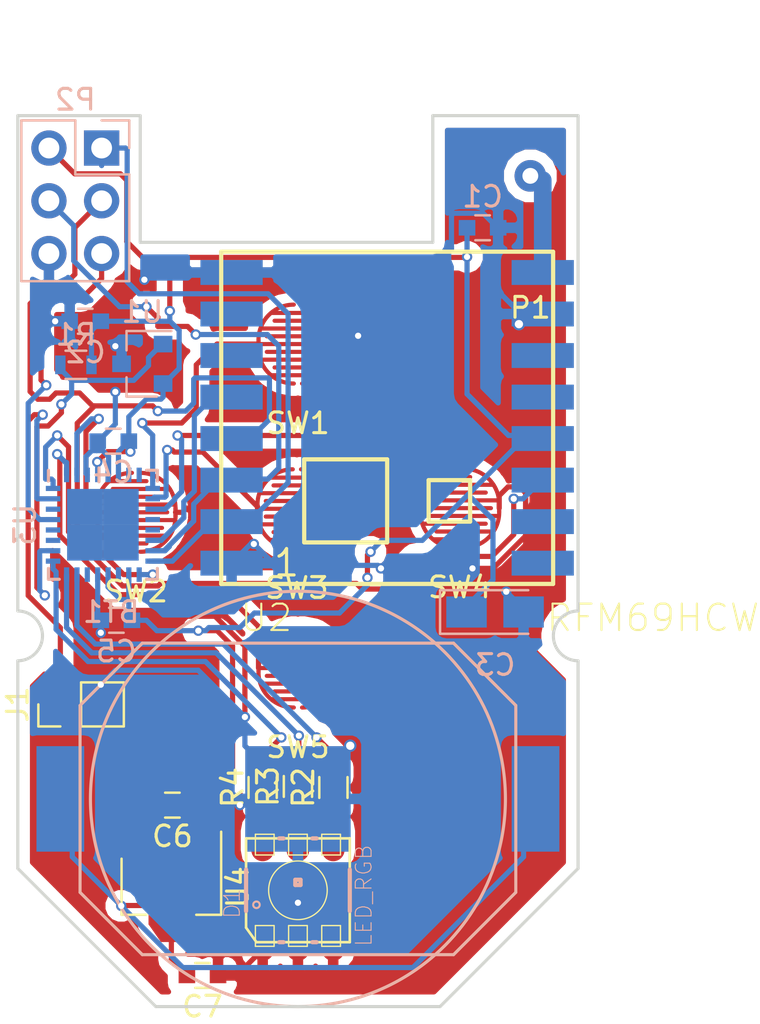
<source format=kicad_pcb>
(kicad_pcb (version 4) (host pcbnew 4.0.6-e0-6349~52~ubuntu16.10.1)

  (general
    (links 69)
    (no_connects 0)
    (area 186.424999 57.024999 213.575001 100.075001)
    (thickness 1.6)
    (drawings 20)
    (tracks 469)
    (zones 0)
    (modules 25)
    (nets 24)
  )

  (page A4)
  (layers
    (0 F.Cu signal)
    (31 B.Cu signal)
    (32 B.Adhes user)
    (33 F.Adhes user)
    (34 B.Paste user)
    (35 F.Paste user)
    (36 B.SilkS user)
    (37 F.SilkS user)
    (38 B.Mask user)
    (39 F.Mask user)
    (40 Dwgs.User user)
    (41 Cmts.User user)
    (42 Eco1.User user)
    (43 Eco2.User user)
    (44 Edge.Cuts user)
    (45 Margin user hide)
    (46 B.CrtYd user)
    (47 F.CrtYd user)
    (48 B.Fab user hide)
    (49 F.Fab user)
  )

  (setup
    (last_trace_width 0.25)
    (trace_clearance 0.16)
    (zone_clearance 0.508)
    (zone_45_only no)
    (trace_min 0.2)
    (segment_width 0.2)
    (edge_width 0.15)
    (via_size 0.5)
    (via_drill 0.3)
    (via_min_size 0.4)
    (via_min_drill 0.3)
    (uvia_size 0.3)
    (uvia_drill 0.1)
    (uvias_allowed no)
    (uvia_min_size 0.2)
    (uvia_min_drill 0.1)
    (pcb_text_width 0.3)
    (pcb_text_size 1.5 1.5)
    (mod_edge_width 0.15)
    (mod_text_size 1 1)
    (mod_text_width 0.15)
    (pad_size 1.35 1.35)
    (pad_drill 0)
    (pad_to_mask_clearance 0.2)
    (aux_axis_origin 145 100)
    (grid_origin 145 100)
    (visible_elements FFFFFFFF)
    (pcbplotparams
      (layerselection 0x030f0_80000001)
      (usegerberextensions false)
      (excludeedgelayer true)
      (linewidth 0.100000)
      (plotframeref false)
      (viasonmask false)
      (mode 1)
      (useauxorigin false)
      (hpglpennumber 1)
      (hpglpenspeed 20)
      (hpglpendiameter 15)
      (hpglpenoverlay 2)
      (psnegative false)
      (psa4output false)
      (plotreference true)
      (plotvalue true)
      (plotinvisibletext false)
      (padsonsilk false)
      (subtractmaskfromsilk false)
      (outputformat 1)
      (mirror false)
      (drillshape 0)
      (scaleselection 1)
      (outputdirectory Gerber))
  )

  (net 0 "")
  (net 1 /VCC)
  (net 2 /D10)
  (net 3 /MOSI)
  (net 4 /MISO)
  (net 5 /SCK)
  (net 6 /RESET)
  (net 7 /D2)
  (net 8 /ANT)
  (net 9 /D3)
  (net 10 /D4)
  (net 11 /D5)
  (net 12 /D6)
  (net 13 /D7)
  (net 14 /A3)
  (net 15 GND)
  (net 16 "Net-(D1-Pad4)")
  (net 17 "Net-(D1-Pad5)")
  (net 18 "Net-(D1-Pad6)")
  (net 19 /A0)
  (net 20 /A1)
  (net 21 /A2)
  (net 22 /TXO)
  (net 23 "Net-(BT1-Pad1)")

  (net_class Default "Dies ist die voreingestellte Netzklasse."
    (clearance 0.16)
    (trace_width 0.25)
    (via_dia 0.5)
    (via_drill 0.3)
    (uvia_dia 0.3)
    (uvia_drill 0.1)
    (add_net /A0)
    (add_net /A1)
    (add_net /A2)
    (add_net /A3)
    (add_net /D10)
    (add_net /D2)
    (add_net /D3)
    (add_net /D4)
    (add_net /D5)
    (add_net /D6)
    (add_net /D7)
    (add_net /MISO)
    (add_net /MOSI)
    (add_net /RESET)
    (add_net /SCK)
    (add_net /TXO)
    (add_net /VCC)
    (add_net GND)
    (add_net "Net-(BT1-Pad1)")
    (add_net "Net-(D1-Pad4)")
    (add_net "Net-(D1-Pad5)")
    (add_net "Net-(D1-Pad6)")
  )

  (net_class Antenna ""
    (clearance 0.2)
    (trace_width 0.85)
    (via_dia 0.5)
    (via_drill 0.3)
    (uvia_dia 0.3)
    (uvia_drill 0.1)
    (add_net /ANT)
  )

  (module parts:CR2032Holder (layer B.Cu) (tedit 59298EB2) (tstamp 58F27A3B)
    (at 200 90)
    (path /58F2262E)
    (fp_text reference BT1 (at -9 -9) (layer B.SilkS)
      (effects (font (size 1 1) (thickness 0.15)) (justify mirror))
    )
    (fp_text value Battery (at -6 9) (layer B.Fab)
      (effects (font (size 1 1) (thickness 0.15)) (justify mirror))
    )
    (fp_line (start -10.5 4.5) (end -7.5 7.5) (layer B.SilkS) (width 0.15))
    (fp_line (start -7.5 7.5) (end 7.5 7.5) (layer B.SilkS) (width 0.15))
    (fp_line (start -10.5 4.5) (end -10.5 -4.5) (layer B.SilkS) (width 0.15))
    (fp_line (start -10.5 -4.5) (end -7.5 -7.5) (layer B.SilkS) (width 0.15))
    (fp_line (start -7.5 -7.5) (end 7.5 -7.5) (layer B.SilkS) (width 0.15))
    (fp_line (start 10.5 4.5) (end 7.5 7.5) (layer B.SilkS) (width 0.15))
    (fp_line (start 10.5 4.5) (end 10.5 -4.5) (layer B.SilkS) (width 0.15))
    (fp_line (start 10.5 -4.5) (end 7.5 -7.5) (layer B.SilkS) (width 0.15))
    (fp_circle (center 0 0) (end 0 10) (layer B.SilkS) (width 0.15))
    (pad 1 smd rect (at -11.45 0) (size 2.3 5.08) (layers B.Cu B.Paste B.Mask)
      (net 23 "Net-(BT1-Pad1)"))
    (pad 1 smd rect (at 11.45 0) (size 2.3 5.08) (layers B.Cu B.Paste B.Mask)
      (net 23 "Net-(BT1-Pad1)"))
    (pad 2 smd rect (at 0 0) (size 5.08 5.08) (layers B.Cu B.Paste B.Mask)
      (net 15 GND))
  )

  (module parts:868MHz_Spring_Antenna (layer F.Cu) (tedit 5904583C) (tstamp 59045B5C)
    (at 211.2 60)
    (path /58F33790)
    (fp_text reference P1 (at 0 6.35) (layer F.SilkS)
      (effects (font (size 1 1) (thickness 0.15)))
    )
    (fp_text value CONN_01X01 (at 0 -7.62) (layer F.Fab)
      (effects (font (size 1 1) (thickness 0.15)))
    )
    (fp_line (start -5 0) (end 0 0) (layer F.Fab) (width 0.15))
    (fp_line (start -18.5 -3) (end -18.5 3) (layer F.Fab) (width 0.15))
    (fp_line (start -17 3) (end -18.5 -3) (layer F.Fab) (width 0.15))
    (fp_line (start -17 -3) (end -17 3) (layer F.Fab) (width 0.15))
    (fp_line (start -15.5 3) (end -17 -3) (layer F.Fab) (width 0.15))
    (fp_line (start -15.5 -3) (end -15.5 3) (layer F.Fab) (width 0.15))
    (fp_line (start -14 3) (end -15.5 -3) (layer F.Fab) (width 0.15))
    (fp_line (start -14 -3) (end -14 3) (layer F.Fab) (width 0.15))
    (fp_line (start -12.5 3) (end -14 -3) (layer F.Fab) (width 0.15))
    (fp_line (start -12.5 -3) (end -12.5 3) (layer F.Fab) (width 0.15))
    (fp_line (start -11 3) (end -12.5 -3) (layer F.Fab) (width 0.15))
    (fp_line (start -11 -3) (end -11 3) (layer F.Fab) (width 0.15))
    (fp_line (start -9.5 3) (end -11 -3) (layer F.Fab) (width 0.15))
    (fp_line (start -9.5 -3) (end -9.5 3) (layer F.Fab) (width 0.15))
    (fp_line (start -8 3) (end -9.5 -3) (layer F.Fab) (width 0.15))
    (fp_line (start -8 -3) (end -8 3) (layer F.Fab) (width 0.15))
    (fp_line (start -6.5 3) (end -8 -3) (layer F.Fab) (width 0.15))
    (fp_line (start -6.5 -3) (end -6.5 3) (layer F.Fab) (width 0.15))
    (fp_line (start -5 3) (end -6.5 -3) (layer F.Fab) (width 0.15))
    (fp_line (start -5 0) (end -5 3) (layer F.Fab) (width 0.15))
    (pad 1 thru_hole circle (at 0 0) (size 1.524 1.524) (drill 0.762) (layers *.Cu *.Mask)
      (net 8 /ANT))
  )

  (module Resistors_SMD:R_0603 (layer F.Cu) (tedit 58E0A804) (tstamp 58FB28A1)
    (at 198.3 89.45 90)
    (descr "Resistor SMD 0603, reflow soldering, Vishay (see dcrcw.pdf)")
    (tags "resistor 0603")
    (path /58FB1DCB)
    (attr smd)
    (fp_text reference R4 (at 0 -1.45 90) (layer F.SilkS)
      (effects (font (size 1 1) (thickness 0.15)))
    )
    (fp_text value R (at 0 1.5 90) (layer F.Fab)
      (effects (font (size 1 1) (thickness 0.15)))
    )
    (fp_text user %R (at 0 0 90) (layer F.Fab)
      (effects (font (size 0.5 0.5) (thickness 0.075)))
    )
    (fp_line (start -0.8 0.4) (end -0.8 -0.4) (layer F.Fab) (width 0.1))
    (fp_line (start 0.8 0.4) (end -0.8 0.4) (layer F.Fab) (width 0.1))
    (fp_line (start 0.8 -0.4) (end 0.8 0.4) (layer F.Fab) (width 0.1))
    (fp_line (start -0.8 -0.4) (end 0.8 -0.4) (layer F.Fab) (width 0.1))
    (fp_line (start 0.5 0.68) (end -0.5 0.68) (layer F.SilkS) (width 0.12))
    (fp_line (start -0.5 -0.68) (end 0.5 -0.68) (layer F.SilkS) (width 0.12))
    (fp_line (start -1.25 -0.7) (end 1.25 -0.7) (layer F.CrtYd) (width 0.05))
    (fp_line (start -1.25 -0.7) (end -1.25 0.7) (layer F.CrtYd) (width 0.05))
    (fp_line (start 1.25 0.7) (end 1.25 -0.7) (layer F.CrtYd) (width 0.05))
    (fp_line (start 1.25 0.7) (end -1.25 0.7) (layer F.CrtYd) (width 0.05))
    (pad 1 smd rect (at -0.75 0 90) (size 0.5 0.9) (layers F.Cu F.Paste F.Mask)
      (net 18 "Net-(D1-Pad6)"))
    (pad 2 smd rect (at 0.75 0 90) (size 0.5 0.9) (layers F.Cu F.Paste F.Mask)
      (net 21 /A2))
    (model ${KISYS3DMOD}/Resistors_SMD.3dshapes/R_0603.wrl
      (at (xyz 0 0 0))
      (scale (xyz 1 1 1))
      (rotate (xyz 0 0 0))
    )
  )

  (module Resistors_SMD:R_0603 (layer F.Cu) (tedit 58E0A804) (tstamp 58FB289B)
    (at 200 89.4 90)
    (descr "Resistor SMD 0603, reflow soldering, Vishay (see dcrcw.pdf)")
    (tags "resistor 0603")
    (path /58FB1D63)
    (attr smd)
    (fp_text reference R3 (at 0 -1.45 90) (layer F.SilkS)
      (effects (font (size 1 1) (thickness 0.15)))
    )
    (fp_text value R (at 0 1.5 90) (layer F.Fab)
      (effects (font (size 1 1) (thickness 0.15)))
    )
    (fp_text user %R (at 0 0 90) (layer F.Fab)
      (effects (font (size 0.5 0.5) (thickness 0.075)))
    )
    (fp_line (start -0.8 0.4) (end -0.8 -0.4) (layer F.Fab) (width 0.1))
    (fp_line (start 0.8 0.4) (end -0.8 0.4) (layer F.Fab) (width 0.1))
    (fp_line (start 0.8 -0.4) (end 0.8 0.4) (layer F.Fab) (width 0.1))
    (fp_line (start -0.8 -0.4) (end 0.8 -0.4) (layer F.Fab) (width 0.1))
    (fp_line (start 0.5 0.68) (end -0.5 0.68) (layer F.SilkS) (width 0.12))
    (fp_line (start -0.5 -0.68) (end 0.5 -0.68) (layer F.SilkS) (width 0.12))
    (fp_line (start -1.25 -0.7) (end 1.25 -0.7) (layer F.CrtYd) (width 0.05))
    (fp_line (start -1.25 -0.7) (end -1.25 0.7) (layer F.CrtYd) (width 0.05))
    (fp_line (start 1.25 0.7) (end 1.25 -0.7) (layer F.CrtYd) (width 0.05))
    (fp_line (start 1.25 0.7) (end -1.25 0.7) (layer F.CrtYd) (width 0.05))
    (pad 1 smd rect (at -0.75 0 90) (size 0.5 0.9) (layers F.Cu F.Paste F.Mask)
      (net 17 "Net-(D1-Pad5)"))
    (pad 2 smd rect (at 0.75 0 90) (size 0.5 0.9) (layers F.Cu F.Paste F.Mask)
      (net 20 /A1))
    (model ${KISYS3DMOD}/Resistors_SMD.3dshapes/R_0603.wrl
      (at (xyz 0 0 0))
      (scale (xyz 1 1 1))
      (rotate (xyz 0 0 0))
    )
  )

  (module Resistors_SMD:R_0603 (layer F.Cu) (tedit 58E0A804) (tstamp 58FB2895)
    (at 201.71 89.45 90)
    (descr "Resistor SMD 0603, reflow soldering, Vishay (see dcrcw.pdf)")
    (tags "resistor 0603")
    (path /58FB1C8E)
    (attr smd)
    (fp_text reference R2 (at 0 -1.45 90) (layer F.SilkS)
      (effects (font (size 1 1) (thickness 0.15)))
    )
    (fp_text value R (at 0 1.5 90) (layer F.Fab)
      (effects (font (size 1 1) (thickness 0.15)))
    )
    (fp_text user %R (at 0 0 90) (layer F.Fab)
      (effects (font (size 0.5 0.5) (thickness 0.075)))
    )
    (fp_line (start -0.8 0.4) (end -0.8 -0.4) (layer F.Fab) (width 0.1))
    (fp_line (start 0.8 0.4) (end -0.8 0.4) (layer F.Fab) (width 0.1))
    (fp_line (start 0.8 -0.4) (end 0.8 0.4) (layer F.Fab) (width 0.1))
    (fp_line (start -0.8 -0.4) (end 0.8 -0.4) (layer F.Fab) (width 0.1))
    (fp_line (start 0.5 0.68) (end -0.5 0.68) (layer F.SilkS) (width 0.12))
    (fp_line (start -0.5 -0.68) (end 0.5 -0.68) (layer F.SilkS) (width 0.12))
    (fp_line (start -1.25 -0.7) (end 1.25 -0.7) (layer F.CrtYd) (width 0.05))
    (fp_line (start -1.25 -0.7) (end -1.25 0.7) (layer F.CrtYd) (width 0.05))
    (fp_line (start 1.25 0.7) (end 1.25 -0.7) (layer F.CrtYd) (width 0.05))
    (fp_line (start 1.25 0.7) (end -1.25 0.7) (layer F.CrtYd) (width 0.05))
    (pad 1 smd rect (at -0.75 0 90) (size 0.5 0.9) (layers F.Cu F.Paste F.Mask)
      (net 16 "Net-(D1-Pad4)"))
    (pad 2 smd rect (at 0.75 0 90) (size 0.5 0.9) (layers F.Cu F.Paste F.Mask)
      (net 19 /A0))
    (model ${KISYS3DMOD}/Resistors_SMD.3dshapes/R_0603.wrl
      (at (xyz 0 0 0))
      (scale (xyz 1 1 1))
      (rotate (xyz 0 0 0))
    )
  )

  (module SparkFun-LED:LED-TRICOLOR-5050 (layer F.Cu) (tedit 200000) (tstamp 58FB288F)
    (at 200 94.4 90)
    (descr "5050 SMD RGB LED")
    (tags "5050 SMD RGB LED")
    (path /58FB1BE1)
    (attr smd)
    (fp_text reference D1 (at -0.635 -3.175 90) (layer B.SilkS)
      (effects (font (size 0.762 0.762) (thickness 0.0508)))
    )
    (fp_text value LED_RGB (at -0.254 3.175 90) (layer B.SilkS)
      (effects (font (size 0.762 0.762) (thickness 0.0508)))
    )
    (fp_line (start 1.69926 0.44958) (end 2.69748 0.44958) (layer F.SilkS) (width 0.06604))
    (fp_line (start 2.69748 0.44958) (end 2.69748 -0.44958) (layer F.SilkS) (width 0.06604))
    (fp_line (start 1.69926 -0.44958) (end 2.69748 -0.44958) (layer F.SilkS) (width 0.06604))
    (fp_line (start 1.69926 0.44958) (end 1.69926 -0.44958) (layer F.SilkS) (width 0.06604))
    (fp_line (start 1.69926 -1.14808) (end 2.69748 -1.14808) (layer F.SilkS) (width 0.06604))
    (fp_line (start 2.69748 -1.14808) (end 2.69748 -2.04978) (layer F.SilkS) (width 0.06604))
    (fp_line (start 1.69926 -2.04978) (end 2.69748 -2.04978) (layer F.SilkS) (width 0.06604))
    (fp_line (start 1.69926 -1.14808) (end 1.69926 -2.04978) (layer F.SilkS) (width 0.06604))
    (fp_line (start 1.69926 2.04978) (end 2.69748 2.04978) (layer F.SilkS) (width 0.06604))
    (fp_line (start 2.69748 2.04978) (end 2.69748 1.14808) (layer F.SilkS) (width 0.06604))
    (fp_line (start 1.69926 1.14808) (end 2.69748 1.14808) (layer F.SilkS) (width 0.06604))
    (fp_line (start 1.69926 2.04978) (end 1.69926 1.14808) (layer F.SilkS) (width 0.06604))
    (fp_line (start -2.69748 -1.14808) (end -1.69926 -1.14808) (layer F.SilkS) (width 0.06604))
    (fp_line (start -1.69926 -1.14808) (end -1.69926 -2.04978) (layer F.SilkS) (width 0.06604))
    (fp_line (start -2.69748 -2.04978) (end -1.69926 -2.04978) (layer F.SilkS) (width 0.06604))
    (fp_line (start -2.69748 -1.14808) (end -2.69748 -2.04978) (layer F.SilkS) (width 0.06604))
    (fp_line (start -2.69748 0.44958) (end -1.69926 0.44958) (layer F.SilkS) (width 0.06604))
    (fp_line (start -1.69926 0.44958) (end -1.69926 -0.44958) (layer F.SilkS) (width 0.06604))
    (fp_line (start -2.69748 -0.44958) (end -1.69926 -0.44958) (layer F.SilkS) (width 0.06604))
    (fp_line (start -2.69748 0.44958) (end -2.69748 -0.44958) (layer F.SilkS) (width 0.06604))
    (fp_line (start -2.69748 2.04978) (end -1.69926 2.04978) (layer F.SilkS) (width 0.06604))
    (fp_line (start -1.69926 2.04978) (end -1.69926 1.14808) (layer F.SilkS) (width 0.06604))
    (fp_line (start -2.69748 1.14808) (end -1.69926 1.14808) (layer F.SilkS) (width 0.06604))
    (fp_line (start -2.69748 2.04978) (end -2.69748 1.14808) (layer F.SilkS) (width 0.06604))
    (fp_line (start -2.49936 2.49936) (end -2.49936 -1.99898) (layer F.SilkS) (width 0.127))
    (fp_line (start -1.79832 -2.49936) (end 2.49936 -2.49936) (layer F.SilkS) (width 0.127))
    (fp_line (start 2.49936 -2.49936) (end 2.49936 2.49936) (layer F.SilkS) (width 0.127))
    (fp_line (start 2.49936 2.49936) (end -2.49936 2.49936) (layer F.SilkS) (width 0.127))
    (fp_line (start -0.99822 -2.49936) (end 0.99822 -2.49936) (layer B.SilkS) (width 0.2032))
    (fp_line (start -0.99822 2.49936) (end 0.99822 2.49936) (layer B.SilkS) (width 0.2032))
    (fp_line (start -2.49936 -0.6985) (end -2.49936 -0.89916) (layer B.SilkS) (width 0.2032))
    (fp_line (start -2.49936 0.89916) (end -2.49936 0.6985) (layer B.SilkS) (width 0.2032))
    (fp_line (start 2.49936 0.89916) (end 2.49936 0.6985) (layer B.SilkS) (width 0.2032))
    (fp_line (start 2.49936 -0.6985) (end 2.49936 -0.89916) (layer B.SilkS) (width 0.2032))
    (fp_line (start 0.254 0.127) (end 0.254 -0.127) (layer B.SilkS) (width 0.2032))
    (fp_line (start 0.254 -0.127) (end 0.508 -0.127) (layer B.SilkS) (width 0.2032))
    (fp_line (start 0.508 -0.127) (end 0.508 0.127) (layer B.SilkS) (width 0.2032))
    (fp_line (start 0.508 0.127) (end 0.254 0.127) (layer B.SilkS) (width 0.2032))
    (fp_line (start -2.49936 -1.99898) (end -1.79832 -2.49936) (layer F.SilkS) (width 0.127))
    (fp_circle (center -0.6985 -1.99898) (end -0.81026 -2.11074) (layer B.SilkS) (width 0.1016))
    (fp_circle (center 0 0) (end -0.99822 0.99822) (layer F.SilkS) (width 0.0635))
    (pad 1 smd oval (at -2.39776 -1.69926 90) (size 1.99898 1.09982) (layers F.Cu F.Paste F.Mask)
      (net 15 GND))
    (pad 2 smd oval (at -2.39776 0 90) (size 1.99898 1.09982) (layers F.Cu F.Paste F.Mask)
      (net 15 GND))
    (pad 3 smd oval (at -2.39776 1.69926 90) (size 1.99898 1.09982) (layers F.Cu F.Paste F.Mask)
      (net 15 GND))
    (pad 4 smd oval (at 2.39776 1.69926 90) (size 1.99898 1.09982) (layers F.Cu F.Paste F.Mask)
      (net 16 "Net-(D1-Pad4)"))
    (pad 5 smd oval (at 2.39776 0 90) (size 1.99898 1.09982) (layers F.Cu F.Paste F.Mask)
      (net 17 "Net-(D1-Pad5)"))
    (pad 6 smd oval (at 2.39776 -1.69926 90) (size 1.99898 1.09982) (layers F.Cu F.Paste F.Mask)
      (net 18 "Net-(D1-Pad6)"))
  )

  (module parts:4mm_Rubber_Button (layer F.Cu) (tedit 58FA554E) (tstamp 58F5F48C)
    (at 200 68.1)
    (path /58F5F86D)
    (fp_text reference SW1 (at 0 3.81) (layer F.SilkS)
      (effects (font (size 1 1) (thickness 0.15)))
    )
    (fp_text value SW_SPST (at 0 -3.81) (layer F.Fab)
      (effects (font (size 1 1) (thickness 0.15)))
    )
    (fp_line (start 1.625 1.125) (end -1.125 1.125) (layer F.Cu) (width 0.2))
    (fp_line (start -1.75 0.75) (end 1.25 0.75) (layer F.Cu) (width 0.2))
    (fp_line (start 1.8 0.375) (end -1.5 0.375) (layer F.Cu) (width 0.2))
    (fp_line (start 1.8 -0.375) (end -1.5 -0.375) (layer F.Cu) (width 0.2))
    (fp_line (start 1.25 -0.75) (end -1.75 -0.75) (layer F.Cu) (width 0.2))
    (fp_line (start 1.625 -1.125) (end -1.125 -1.125) (layer F.Cu) (width 0.2))
    (fp_line (start -1.25 1.5) (end 0.5 1.5) (layer F.Cu) (width 0.2))
    (fp_line (start -1.25 -1.5) (end 0.5 -1.5) (layer F.Cu) (width 0.2))
    (fp_line (start -1.9 0) (end 1.5 0) (layer F.Cu) (width 0.2))
    (fp_line (start -1.9 0.2) (end -1.9 -0.2) (layer F.Cu) (width 0.2))
    (fp_line (start 1.9 -0.2) (end 1.9 0.2) (layer F.Cu) (width 0.2))
    (fp_arc (start 0.2 0.2) (end 0.2 1.9) (angle -90) (layer F.Cu) (width 0.2))
    (fp_arc (start -0.2 0.2) (end -0.2 1.9) (angle 90) (layer F.Cu) (width 0.2))
    (fp_arc (start 0.2 -0.2) (end 0.2 -1.9) (angle 90) (layer F.Cu) (width 0.2))
    (fp_arc (start -0.2 -0.2) (end -0.2 -1.9) (angle -90) (layer F.Cu) (width 0.2))
    (fp_poly (pts (xy 0.380284 -1.950671) (xy 0.74551 -1.838074) (xy 1.090365 -1.651045) (xy 1.397176 -1.397176)
      (xy 1.656739 -1.081907) (xy 1.84187 -0.736407) (xy 1.95257 -0.370794) (xy 1.988837 0.00481)
      (xy 1.950672 0.380284) (xy 1.838075 0.74551) (xy 1.651046 1.090365) (xy 1.397176 1.397176)
      (xy 1.083458 1.654623) (xy 0.733639 1.840973) (xy 0.358806 1.953163) (xy -0.029957 1.988127)
      (xy -0.421562 1.9428) (xy -0.50357 1.922674) (xy -0.876005 1.780364) (xy -1.21313 1.562328)
      (xy -1.397176 1.397176) (xy -1.656739 1.081908) (xy -1.84187 0.736407) (xy -1.952569 0.370795)
      (xy -1.988836 -0.004809) (xy -1.950671 -0.380284) (xy -1.838074 -0.745509) (xy -1.651045 -1.090365)
      (xy -1.397176 -1.397176) (xy -1.081907 -1.656739) (xy -0.736407 -1.84187) (xy -0.370794 -1.952569)
      (xy 0.00481 -1.988836) (xy 0.380284 -1.950671)) (layer F.Mask) (width 0.01))
    (pad 1 smd rect (at -1.9 0) (size 0.2 0.4) (layers F.Cu F.Paste F.Mask)
      (net 11 /D5))
    (pad 2 smd rect (at 1.9 0) (size 0.2 0.4) (layers F.Cu F.Paste F.Mask)
      (net 15 GND))
  )

  (module parts:4mm_Rubber_Button (layer F.Cu) (tedit 58FA554E) (tstamp 58F5F49A)
    (at 192.2 76.2)
    (path /58F5F8D4)
    (fp_text reference SW2 (at 0 3.81) (layer F.SilkS)
      (effects (font (size 1 1) (thickness 0.15)))
    )
    (fp_text value SW_SPST (at 0 -3.81) (layer F.Fab)
      (effects (font (size 1 1) (thickness 0.15)))
    )
    (fp_line (start 1.625 1.125) (end -1.125 1.125) (layer F.Cu) (width 0.2))
    (fp_line (start -1.75 0.75) (end 1.25 0.75) (layer F.Cu) (width 0.2))
    (fp_line (start 1.8 0.375) (end -1.5 0.375) (layer F.Cu) (width 0.2))
    (fp_line (start 1.8 -0.375) (end -1.5 -0.375) (layer F.Cu) (width 0.2))
    (fp_line (start 1.25 -0.75) (end -1.75 -0.75) (layer F.Cu) (width 0.2))
    (fp_line (start 1.625 -1.125) (end -1.125 -1.125) (layer F.Cu) (width 0.2))
    (fp_line (start -1.25 1.5) (end 0.5 1.5) (layer F.Cu) (width 0.2))
    (fp_line (start -1.25 -1.5) (end 0.5 -1.5) (layer F.Cu) (width 0.2))
    (fp_line (start -1.9 0) (end 1.5 0) (layer F.Cu) (width 0.2))
    (fp_line (start -1.9 0.2) (end -1.9 -0.2) (layer F.Cu) (width 0.2))
    (fp_line (start 1.9 -0.2) (end 1.9 0.2) (layer F.Cu) (width 0.2))
    (fp_arc (start 0.2 0.2) (end 0.2 1.9) (angle -90) (layer F.Cu) (width 0.2))
    (fp_arc (start -0.2 0.2) (end -0.2 1.9) (angle 90) (layer F.Cu) (width 0.2))
    (fp_arc (start 0.2 -0.2) (end 0.2 -1.9) (angle 90) (layer F.Cu) (width 0.2))
    (fp_arc (start -0.2 -0.2) (end -0.2 -1.9) (angle -90) (layer F.Cu) (width 0.2))
    (fp_poly (pts (xy 0.380284 -1.950671) (xy 0.74551 -1.838074) (xy 1.090365 -1.651045) (xy 1.397176 -1.397176)
      (xy 1.656739 -1.081907) (xy 1.84187 -0.736407) (xy 1.95257 -0.370794) (xy 1.988837 0.00481)
      (xy 1.950672 0.380284) (xy 1.838075 0.74551) (xy 1.651046 1.090365) (xy 1.397176 1.397176)
      (xy 1.083458 1.654623) (xy 0.733639 1.840973) (xy 0.358806 1.953163) (xy -0.029957 1.988127)
      (xy -0.421562 1.9428) (xy -0.50357 1.922674) (xy -0.876005 1.780364) (xy -1.21313 1.562328)
      (xy -1.397176 1.397176) (xy -1.656739 1.081908) (xy -1.84187 0.736407) (xy -1.952569 0.370795)
      (xy -1.988836 -0.004809) (xy -1.950671 -0.380284) (xy -1.838074 -0.745509) (xy -1.651045 -1.090365)
      (xy -1.397176 -1.397176) (xy -1.081907 -1.656739) (xy -0.736407 -1.84187) (xy -0.370794 -1.952569)
      (xy 0.00481 -1.988836) (xy 0.380284 -1.950671)) (layer F.Mask) (width 0.01))
    (pad 1 smd rect (at -1.9 0) (size 0.2 0.4) (layers F.Cu F.Paste F.Mask)
      (net 10 /D4))
    (pad 2 smd rect (at 1.9 0) (size 0.2 0.4) (layers F.Cu F.Paste F.Mask)
      (net 15 GND))
  )

  (module parts:4mm_Rubber_Button (layer F.Cu) (tedit 58FA554E) (tstamp 58F5F4B6)
    (at 207.8 76)
    (path /58F5F98D)
    (fp_text reference SW4 (at 0 3.81) (layer F.SilkS)
      (effects (font (size 1 1) (thickness 0.15)))
    )
    (fp_text value SW_SPST (at 0 -3.81) (layer F.Fab)
      (effects (font (size 1 1) (thickness 0.15)))
    )
    (fp_line (start 1.625 1.125) (end -1.125 1.125) (layer F.Cu) (width 0.2))
    (fp_line (start -1.75 0.75) (end 1.25 0.75) (layer F.Cu) (width 0.2))
    (fp_line (start 1.8 0.375) (end -1.5 0.375) (layer F.Cu) (width 0.2))
    (fp_line (start 1.8 -0.375) (end -1.5 -0.375) (layer F.Cu) (width 0.2))
    (fp_line (start 1.25 -0.75) (end -1.75 -0.75) (layer F.Cu) (width 0.2))
    (fp_line (start 1.625 -1.125) (end -1.125 -1.125) (layer F.Cu) (width 0.2))
    (fp_line (start -1.25 1.5) (end 0.5 1.5) (layer F.Cu) (width 0.2))
    (fp_line (start -1.25 -1.5) (end 0.5 -1.5) (layer F.Cu) (width 0.2))
    (fp_line (start -1.9 0) (end 1.5 0) (layer F.Cu) (width 0.2))
    (fp_line (start -1.9 0.2) (end -1.9 -0.2) (layer F.Cu) (width 0.2))
    (fp_line (start 1.9 -0.2) (end 1.9 0.2) (layer F.Cu) (width 0.2))
    (fp_arc (start 0.2 0.2) (end 0.2 1.9) (angle -90) (layer F.Cu) (width 0.2))
    (fp_arc (start -0.2 0.2) (end -0.2 1.9) (angle 90) (layer F.Cu) (width 0.2))
    (fp_arc (start 0.2 -0.2) (end 0.2 -1.9) (angle 90) (layer F.Cu) (width 0.2))
    (fp_arc (start -0.2 -0.2) (end -0.2 -1.9) (angle -90) (layer F.Cu) (width 0.2))
    (fp_poly (pts (xy 0.380284 -1.950671) (xy 0.74551 -1.838074) (xy 1.090365 -1.651045) (xy 1.397176 -1.397176)
      (xy 1.656739 -1.081907) (xy 1.84187 -0.736407) (xy 1.95257 -0.370794) (xy 1.988837 0.00481)
      (xy 1.950672 0.380284) (xy 1.838075 0.74551) (xy 1.651046 1.090365) (xy 1.397176 1.397176)
      (xy 1.083458 1.654623) (xy 0.733639 1.840973) (xy 0.358806 1.953163) (xy -0.029957 1.988127)
      (xy -0.421562 1.9428) (xy -0.50357 1.922674) (xy -0.876005 1.780364) (xy -1.21313 1.562328)
      (xy -1.397176 1.397176) (xy -1.656739 1.081908) (xy -1.84187 0.736407) (xy -1.952569 0.370795)
      (xy -1.988836 -0.004809) (xy -1.950671 -0.380284) (xy -1.838074 -0.745509) (xy -1.651045 -1.090365)
      (xy -1.397176 -1.397176) (xy -1.081907 -1.656739) (xy -0.736407 -1.84187) (xy -0.370794 -1.952569)
      (xy 0.00481 -1.988836) (xy 0.380284 -1.950671)) (layer F.Mask) (width 0.01))
    (pad 1 smd rect (at -1.9 0) (size 0.2 0.4) (layers F.Cu F.Paste F.Mask)
      (net 13 /D7))
    (pad 2 smd rect (at 1.9 0) (size 0.2 0.4) (layers F.Cu F.Paste F.Mask)
      (net 15 GND))
  )

  (module parts:4mm_Rubber_Button (layer F.Cu) (tedit 58FA554E) (tstamp 58F5F4C4)
    (at 200 83.7)
    (path /58F5F9DA)
    (fp_text reference SW5 (at 0 3.81) (layer F.SilkS)
      (effects (font (size 1 1) (thickness 0.15)))
    )
    (fp_text value SW_SPST (at 0 -3.81) (layer F.Fab)
      (effects (font (size 1 1) (thickness 0.15)))
    )
    (fp_line (start 1.625 1.125) (end -1.125 1.125) (layer F.Cu) (width 0.2))
    (fp_line (start -1.75 0.75) (end 1.25 0.75) (layer F.Cu) (width 0.2))
    (fp_line (start 1.8 0.375) (end -1.5 0.375) (layer F.Cu) (width 0.2))
    (fp_line (start 1.8 -0.375) (end -1.5 -0.375) (layer F.Cu) (width 0.2))
    (fp_line (start 1.25 -0.75) (end -1.75 -0.75) (layer F.Cu) (width 0.2))
    (fp_line (start 1.625 -1.125) (end -1.125 -1.125) (layer F.Cu) (width 0.2))
    (fp_line (start -1.25 1.5) (end 0.5 1.5) (layer F.Cu) (width 0.2))
    (fp_line (start -1.25 -1.5) (end 0.5 -1.5) (layer F.Cu) (width 0.2))
    (fp_line (start -1.9 0) (end 1.5 0) (layer F.Cu) (width 0.2))
    (fp_line (start -1.9 0.2) (end -1.9 -0.2) (layer F.Cu) (width 0.2))
    (fp_line (start 1.9 -0.2) (end 1.9 0.2) (layer F.Cu) (width 0.2))
    (fp_arc (start 0.2 0.2) (end 0.2 1.9) (angle -90) (layer F.Cu) (width 0.2))
    (fp_arc (start -0.2 0.2) (end -0.2 1.9) (angle 90) (layer F.Cu) (width 0.2))
    (fp_arc (start 0.2 -0.2) (end 0.2 -1.9) (angle 90) (layer F.Cu) (width 0.2))
    (fp_arc (start -0.2 -0.2) (end -0.2 -1.9) (angle -90) (layer F.Cu) (width 0.2))
    (fp_poly (pts (xy 0.380284 -1.950671) (xy 0.74551 -1.838074) (xy 1.090365 -1.651045) (xy 1.397176 -1.397176)
      (xy 1.656739 -1.081907) (xy 1.84187 -0.736407) (xy 1.95257 -0.370794) (xy 1.988837 0.00481)
      (xy 1.950672 0.380284) (xy 1.838075 0.74551) (xy 1.651046 1.090365) (xy 1.397176 1.397176)
      (xy 1.083458 1.654623) (xy 0.733639 1.840973) (xy 0.358806 1.953163) (xy -0.029957 1.988127)
      (xy -0.421562 1.9428) (xy -0.50357 1.922674) (xy -0.876005 1.780364) (xy -1.21313 1.562328)
      (xy -1.397176 1.397176) (xy -1.656739 1.081908) (xy -1.84187 0.736407) (xy -1.952569 0.370795)
      (xy -1.988836 -0.004809) (xy -1.950671 -0.380284) (xy -1.838074 -0.745509) (xy -1.651045 -1.090365)
      (xy -1.397176 -1.397176) (xy -1.081907 -1.656739) (xy -0.736407 -1.84187) (xy -0.370794 -1.952569)
      (xy 0.00481 -1.988836) (xy 0.380284 -1.950671)) (layer F.Mask) (width 0.01))
    (pad 1 smd rect (at -1.9 0) (size 0.2 0.4) (layers F.Cu F.Paste F.Mask)
      (net 9 /D3))
    (pad 2 smd rect (at 1.9 0) (size 0.2 0.4) (layers F.Cu F.Paste F.Mask)
      (net 15 GND))
  )

  (module parts:4mm_Rubber_Button (layer F.Cu) (tedit 58FA554E) (tstamp 58F606B9)
    (at 199.95 76.03)
    (path /58F5F943)
    (fp_text reference SW3 (at 0 3.81) (layer F.SilkS)
      (effects (font (size 1 1) (thickness 0.15)))
    )
    (fp_text value SW_SPST (at 0 -3.81) (layer F.Fab)
      (effects (font (size 1 1) (thickness 0.15)))
    )
    (fp_line (start 1.625 1.125) (end -1.125 1.125) (layer F.Cu) (width 0.2))
    (fp_line (start -1.75 0.75) (end 1.25 0.75) (layer F.Cu) (width 0.2))
    (fp_line (start 1.8 0.375) (end -1.5 0.375) (layer F.Cu) (width 0.2))
    (fp_line (start 1.8 -0.375) (end -1.5 -0.375) (layer F.Cu) (width 0.2))
    (fp_line (start 1.25 -0.75) (end -1.75 -0.75) (layer F.Cu) (width 0.2))
    (fp_line (start 1.625 -1.125) (end -1.125 -1.125) (layer F.Cu) (width 0.2))
    (fp_line (start -1.25 1.5) (end 0.5 1.5) (layer F.Cu) (width 0.2))
    (fp_line (start -1.25 -1.5) (end 0.5 -1.5) (layer F.Cu) (width 0.2))
    (fp_line (start -1.9 0) (end 1.5 0) (layer F.Cu) (width 0.2))
    (fp_line (start -1.9 0.2) (end -1.9 -0.2) (layer F.Cu) (width 0.2))
    (fp_line (start 1.9 -0.2) (end 1.9 0.2) (layer F.Cu) (width 0.2))
    (fp_arc (start 0.2 0.2) (end 0.2 1.9) (angle -90) (layer F.Cu) (width 0.2))
    (fp_arc (start -0.2 0.2) (end -0.2 1.9) (angle 90) (layer F.Cu) (width 0.2))
    (fp_arc (start 0.2 -0.2) (end 0.2 -1.9) (angle 90) (layer F.Cu) (width 0.2))
    (fp_arc (start -0.2 -0.2) (end -0.2 -1.9) (angle -90) (layer F.Cu) (width 0.2))
    (fp_poly (pts (xy 0.380284 -1.950671) (xy 0.74551 -1.838074) (xy 1.090365 -1.651045) (xy 1.397176 -1.397176)
      (xy 1.656739 -1.081907) (xy 1.84187 -0.736407) (xy 1.95257 -0.370794) (xy 1.988837 0.00481)
      (xy 1.950672 0.380284) (xy 1.838075 0.74551) (xy 1.651046 1.090365) (xy 1.397176 1.397176)
      (xy 1.083458 1.654623) (xy 0.733639 1.840973) (xy 0.358806 1.953163) (xy -0.029957 1.988127)
      (xy -0.421562 1.9428) (xy -0.50357 1.922674) (xy -0.876005 1.780364) (xy -1.21313 1.562328)
      (xy -1.397176 1.397176) (xy -1.656739 1.081908) (xy -1.84187 0.736407) (xy -1.952569 0.370795)
      (xy -1.988836 -0.004809) (xy -1.950671 -0.380284) (xy -1.838074 -0.745509) (xy -1.651045 -1.090365)
      (xy -1.397176 -1.397176) (xy -1.081907 -1.656739) (xy -0.736407 -1.84187) (xy -0.370794 -1.952569)
      (xy 0.00481 -1.988836) (xy 0.380284 -1.950671)) (layer F.Mask) (width 0.01))
    (pad 1 smd rect (at -1.9 0) (size 0.2 0.4) (layers F.Cu F.Paste F.Mask)
      (net 12 /D6))
    (pad 2 smd rect (at 1.9 0) (size 0.2 0.4) (layers F.Cu F.Paste F.Mask)
      (net 15 GND))
  )

  (module Capacitors_Tantalum_SMD:CP_Tantalum_Case-A_EIA-3216-18_Reflow (layer B.Cu) (tedit 57B6E980) (tstamp 58F27A41)
    (at 209.5 81)
    (descr "Tantalum capacitor, Case A, EIA 3216-18, 3.2x1.6x1.6mm, Reflow soldering footprint")
    (tags "capacitor tantalum smd")
    (path /58F21740)
    (attr smd)
    (fp_text reference C3 (at 0 2.55) (layer B.SilkS)
      (effects (font (size 1 1) (thickness 0.15)) (justify mirror))
    )
    (fp_text value CP (at 0 -2.55) (layer B.Fab)
      (effects (font (size 1 1) (thickness 0.15)) (justify mirror))
    )
    (fp_line (start -2.75 1.2) (end -2.75 -1.2) (layer B.CrtYd) (width 0.05))
    (fp_line (start -2.75 -1.2) (end 2.75 -1.2) (layer B.CrtYd) (width 0.05))
    (fp_line (start 2.75 -1.2) (end 2.75 1.2) (layer B.CrtYd) (width 0.05))
    (fp_line (start 2.75 1.2) (end -2.75 1.2) (layer B.CrtYd) (width 0.05))
    (fp_line (start -1.6 0.8) (end -1.6 -0.8) (layer B.Fab) (width 0.1))
    (fp_line (start -1.6 -0.8) (end 1.6 -0.8) (layer B.Fab) (width 0.1))
    (fp_line (start 1.6 -0.8) (end 1.6 0.8) (layer B.Fab) (width 0.1))
    (fp_line (start 1.6 0.8) (end -1.6 0.8) (layer B.Fab) (width 0.1))
    (fp_line (start -1.28 0.8) (end -1.28 -0.8) (layer B.Fab) (width 0.1))
    (fp_line (start -1.12 0.8) (end -1.12 -0.8) (layer B.Fab) (width 0.1))
    (fp_line (start -2.65 1.05) (end 1.6 1.05) (layer B.SilkS) (width 0.12))
    (fp_line (start -2.65 -1.05) (end 1.6 -1.05) (layer B.SilkS) (width 0.12))
    (fp_line (start -2.65 1.05) (end -2.65 -1.05) (layer B.SilkS) (width 0.12))
    (pad 1 smd rect (at -1.375 0) (size 1.95 1.5) (layers B.Cu B.Paste B.Mask)
      (net 1 /VCC))
    (pad 2 smd rect (at 1.375 0) (size 1.95 1.5) (layers B.Cu B.Paste B.Mask)
      (net 15 GND))
    (model Capacitors_Tantalum_SMD.3dshapes/CP_Tantalum_Case-A_EIA-3216-18.wrl
      (at (xyz 0 0 0))
      (scale (xyz 1 1 1))
      (rotate (xyz 0 0 0))
    )
  )

  (module Capacitors_SMD:C_0603 (layer B.Cu) (tedit 58AA844E) (tstamp 58F27A47)
    (at 191.1 72.775)
    (descr "Capacitor SMD 0603, reflow soldering, AVX (see smccp.pdf)")
    (tags "capacitor 0603")
    (path /58F21742)
    (attr smd)
    (fp_text reference C4 (at 0 1.5) (layer B.SilkS)
      (effects (font (size 1 1) (thickness 0.15)) (justify mirror))
    )
    (fp_text value 100n (at 0 -1.5) (layer B.Fab)
      (effects (font (size 1 1) (thickness 0.15)) (justify mirror))
    )
    (fp_text user %R (at 0 1.5) (layer B.Fab)
      (effects (font (size 1 1) (thickness 0.15)) (justify mirror))
    )
    (fp_line (start -0.8 -0.4) (end -0.8 0.4) (layer B.Fab) (width 0.1))
    (fp_line (start 0.8 -0.4) (end -0.8 -0.4) (layer B.Fab) (width 0.1))
    (fp_line (start 0.8 0.4) (end 0.8 -0.4) (layer B.Fab) (width 0.1))
    (fp_line (start -0.8 0.4) (end 0.8 0.4) (layer B.Fab) (width 0.1))
    (fp_line (start -0.35 0.6) (end 0.35 0.6) (layer B.SilkS) (width 0.12))
    (fp_line (start 0.35 -0.6) (end -0.35 -0.6) (layer B.SilkS) (width 0.12))
    (fp_line (start -1.4 0.65) (end 1.4 0.65) (layer B.CrtYd) (width 0.05))
    (fp_line (start -1.4 0.65) (end -1.4 -0.65) (layer B.CrtYd) (width 0.05))
    (fp_line (start 1.4 -0.65) (end 1.4 0.65) (layer B.CrtYd) (width 0.05))
    (fp_line (start 1.4 -0.65) (end -1.4 -0.65) (layer B.CrtYd) (width 0.05))
    (pad 1 smd rect (at -0.75 0) (size 0.8 0.75) (layers B.Cu B.Paste B.Mask)
      (net 15 GND))
    (pad 2 smd rect (at 0.75 0) (size 0.8 0.75) (layers B.Cu B.Paste B.Mask)
      (net 1 /VCC))
    (model Capacitors_SMD.3dshapes/C_0603.wrl
      (at (xyz 0 0 0))
      (scale (xyz 1 1 1))
      (rotate (xyz 0 0 0))
    )
  )

  (module Capacitors_SMD:C_0603 (layer B.Cu) (tedit 58AA844E) (tstamp 58F27A4D)
    (at 191.25 81.4)
    (descr "Capacitor SMD 0603, reflow soldering, AVX (see smccp.pdf)")
    (tags "capacitor 0603")
    (path /58F21741)
    (attr smd)
    (fp_text reference C5 (at 0 1.5) (layer B.SilkS)
      (effects (font (size 1 1) (thickness 0.15)) (justify mirror))
    )
    (fp_text value 100n (at 0 -1.5) (layer B.Fab)
      (effects (font (size 1 1) (thickness 0.15)) (justify mirror))
    )
    (fp_text user %R (at 0 1.5) (layer B.Fab)
      (effects (font (size 1 1) (thickness 0.15)) (justify mirror))
    )
    (fp_line (start -0.8 -0.4) (end -0.8 0.4) (layer B.Fab) (width 0.1))
    (fp_line (start 0.8 -0.4) (end -0.8 -0.4) (layer B.Fab) (width 0.1))
    (fp_line (start 0.8 0.4) (end 0.8 -0.4) (layer B.Fab) (width 0.1))
    (fp_line (start -0.8 0.4) (end 0.8 0.4) (layer B.Fab) (width 0.1))
    (fp_line (start -0.35 0.6) (end 0.35 0.6) (layer B.SilkS) (width 0.12))
    (fp_line (start 0.35 -0.6) (end -0.35 -0.6) (layer B.SilkS) (width 0.12))
    (fp_line (start -1.4 0.65) (end 1.4 0.65) (layer B.CrtYd) (width 0.05))
    (fp_line (start -1.4 0.65) (end -1.4 -0.65) (layer B.CrtYd) (width 0.05))
    (fp_line (start 1.4 -0.65) (end 1.4 0.65) (layer B.CrtYd) (width 0.05))
    (fp_line (start 1.4 -0.65) (end -1.4 -0.65) (layer B.CrtYd) (width 0.05))
    (pad 1 smd rect (at -0.75 0) (size 0.8 0.75) (layers B.Cu B.Paste B.Mask)
      (net 15 GND))
    (pad 2 smd rect (at 0.75 0) (size 0.8 0.75) (layers B.Cu B.Paste B.Mask)
      (net 1 /VCC))
    (model Capacitors_SMD.3dshapes/C_0603.wrl
      (at (xyz 0 0 0))
      (scale (xyz 1 1 1))
      (rotate (xyz 0 0 0))
    )
  )

  (module Pin_Headers:Pin_Header_Straight_2x03_Pitch2.54mm (layer B.Cu) (tedit 58CD4EC5) (tstamp 58F27A8D)
    (at 190.54 58.66 180)
    (descr "Through hole straight pin header, 2x03, 2.54mm pitch, double rows")
    (tags "Through hole pin header THT 2x03 2.54mm double row")
    (path /58F21743)
    (fp_text reference P2 (at 1.27 2.33 180) (layer B.SilkS)
      (effects (font (size 1 1) (thickness 0.15)) (justify mirror))
    )
    (fp_text value CONN_02X03 (at 1.27 -7.41 180) (layer B.Fab)
      (effects (font (size 1 1) (thickness 0.15)) (justify mirror))
    )
    (fp_line (start -1.27 1.27) (end -1.27 -6.35) (layer B.Fab) (width 0.1))
    (fp_line (start -1.27 -6.35) (end 3.81 -6.35) (layer B.Fab) (width 0.1))
    (fp_line (start 3.81 -6.35) (end 3.81 1.27) (layer B.Fab) (width 0.1))
    (fp_line (start 3.81 1.27) (end -1.27 1.27) (layer B.Fab) (width 0.1))
    (fp_line (start -1.33 -1.27) (end -1.33 -6.41) (layer B.SilkS) (width 0.12))
    (fp_line (start -1.33 -6.41) (end 3.87 -6.41) (layer B.SilkS) (width 0.12))
    (fp_line (start 3.87 -6.41) (end 3.87 1.33) (layer B.SilkS) (width 0.12))
    (fp_line (start 3.87 1.33) (end 1.27 1.33) (layer B.SilkS) (width 0.12))
    (fp_line (start 1.27 1.33) (end 1.27 -1.27) (layer B.SilkS) (width 0.12))
    (fp_line (start 1.27 -1.27) (end -1.33 -1.27) (layer B.SilkS) (width 0.12))
    (fp_line (start -1.33 0) (end -1.33 1.33) (layer B.SilkS) (width 0.12))
    (fp_line (start -1.33 1.33) (end 0 1.33) (layer B.SilkS) (width 0.12))
    (fp_line (start -1.8 1.8) (end -1.8 -6.85) (layer B.CrtYd) (width 0.05))
    (fp_line (start -1.8 -6.85) (end 4.35 -6.85) (layer B.CrtYd) (width 0.05))
    (fp_line (start 4.35 -6.85) (end 4.35 1.8) (layer B.CrtYd) (width 0.05))
    (fp_line (start 4.35 1.8) (end -1.8 1.8) (layer B.CrtYd) (width 0.05))
    (fp_text user %R (at 1.27 2.33 180) (layer B.Fab)
      (effects (font (size 1 1) (thickness 0.15)) (justify mirror))
    )
    (pad 1 thru_hole rect (at 0 0 180) (size 1.7 1.7) (drill 1) (layers *.Cu *.Mask)
      (net 4 /MISO))
    (pad 2 thru_hole oval (at 2.54 0 180) (size 1.7 1.7) (drill 1) (layers *.Cu *.Mask)
      (net 1 /VCC))
    (pad 3 thru_hole oval (at 0 -2.54 180) (size 1.7 1.7) (drill 1) (layers *.Cu *.Mask)
      (net 5 /SCK))
    (pad 4 thru_hole oval (at 2.54 -2.54 180) (size 1.7 1.7) (drill 1) (layers *.Cu *.Mask)
      (net 3 /MOSI))
    (pad 5 thru_hole oval (at 0 -5.08 180) (size 1.7 1.7) (drill 1) (layers *.Cu *.Mask)
      (net 6 /RESET))
    (pad 6 thru_hole oval (at 2.54 -5.08 180) (size 1.7 1.7) (drill 1) (layers *.Cu *.Mask)
      (net 15 GND))
    (model ${KISYS3DMOD}/Pin_Headers.3dshapes/Pin_Header_Straight_2x03_Pitch2.54mm.wrl
      (at (xyz 0.05 -0.1 0))
      (scale (xyz 1 1 1))
      (rotate (xyz 0 0 90))
    )
  )

  (module TO_SOT_Packages_SMD:SOT-23 (layer B.Cu) (tedit 58CE4E7E) (tstamp 58F27ADC)
    (at 192.5 69.05 180)
    (descr "SOT-23, Standard")
    (tags SOT-23)
    (path /58F282AA)
    (attr smd)
    (fp_text reference U1 (at 0 2.5 180) (layer B.SilkS)
      (effects (font (size 1 1) (thickness 0.15)) (justify mirror))
    )
    (fp_text value ATSHA204A (at 0 -2.5 180) (layer B.Fab)
      (effects (font (size 1 1) (thickness 0.15)) (justify mirror))
    )
    (fp_text user %R (at 0 0 180) (layer B.Fab)
      (effects (font (size 0.5 0.5) (thickness 0.075)) (justify mirror))
    )
    (fp_line (start -0.7 0.95) (end -0.7 -1.5) (layer B.Fab) (width 0.1))
    (fp_line (start -0.15 1.52) (end 0.7 1.52) (layer B.Fab) (width 0.1))
    (fp_line (start -0.7 0.95) (end -0.15 1.52) (layer B.Fab) (width 0.1))
    (fp_line (start 0.7 1.52) (end 0.7 -1.52) (layer B.Fab) (width 0.1))
    (fp_line (start -0.7 -1.52) (end 0.7 -1.52) (layer B.Fab) (width 0.1))
    (fp_line (start 0.76 -1.58) (end 0.76 -0.65) (layer B.SilkS) (width 0.12))
    (fp_line (start 0.76 1.58) (end 0.76 0.65) (layer B.SilkS) (width 0.12))
    (fp_line (start -1.7 1.75) (end 1.7 1.75) (layer B.CrtYd) (width 0.05))
    (fp_line (start 1.7 1.75) (end 1.7 -1.75) (layer B.CrtYd) (width 0.05))
    (fp_line (start 1.7 -1.75) (end -1.7 -1.75) (layer B.CrtYd) (width 0.05))
    (fp_line (start -1.7 -1.75) (end -1.7 1.75) (layer B.CrtYd) (width 0.05))
    (fp_line (start 0.76 1.58) (end -1.4 1.58) (layer B.SilkS) (width 0.12))
    (fp_line (start 0.76 -1.58) (end -0.7 -1.58) (layer B.SilkS) (width 0.12))
    (pad 1 smd rect (at -1 0.95 180) (size 0.9 0.8) (layers B.Cu B.Paste B.Mask)
      (net 14 /A3))
    (pad 2 smd rect (at -1 -0.95 180) (size 0.9 0.8) (layers B.Cu B.Paste B.Mask)
      (net 1 /VCC))
    (pad 3 smd rect (at 1 0 180) (size 0.9 0.8) (layers B.Cu B.Paste B.Mask)
      (net 15 GND))
    (model ${KISYS3DMOD}/TO_SOT_Packages_SMD.3dshapes/SOT-23.wrl
      (at (xyz 0 0 0))
      (scale (xyz 1 1 1))
      (rotate (xyz 0 0 0))
    )
  )

  (module Capacitors_SMD:C_0603 (layer B.Cu) (tedit 58AA844E) (tstamp 58F32D3B)
    (at 208.9 62.5 180)
    (descr "Capacitor SMD 0603, reflow soldering, AVX (see smccp.pdf)")
    (tags "capacitor 0603")
    (path /58F32EB4)
    (attr smd)
    (fp_text reference C1 (at 0 1.5 180) (layer B.SilkS)
      (effects (font (size 1 1) (thickness 0.15)) (justify mirror))
    )
    (fp_text value 100n (at 0 -1.5 180) (layer B.Fab)
      (effects (font (size 1 1) (thickness 0.15)) (justify mirror))
    )
    (fp_text user %R (at 0 1.5 180) (layer B.Fab)
      (effects (font (size 1 1) (thickness 0.15)) (justify mirror))
    )
    (fp_line (start -0.8 -0.4) (end -0.8 0.4) (layer B.Fab) (width 0.1))
    (fp_line (start 0.8 -0.4) (end -0.8 -0.4) (layer B.Fab) (width 0.1))
    (fp_line (start 0.8 0.4) (end 0.8 -0.4) (layer B.Fab) (width 0.1))
    (fp_line (start -0.8 0.4) (end 0.8 0.4) (layer B.Fab) (width 0.1))
    (fp_line (start -0.35 0.6) (end 0.35 0.6) (layer B.SilkS) (width 0.12))
    (fp_line (start 0.35 -0.6) (end -0.35 -0.6) (layer B.SilkS) (width 0.12))
    (fp_line (start -1.4 0.65) (end 1.4 0.65) (layer B.CrtYd) (width 0.05))
    (fp_line (start -1.4 0.65) (end -1.4 -0.65) (layer B.CrtYd) (width 0.05))
    (fp_line (start 1.4 -0.65) (end 1.4 0.65) (layer B.CrtYd) (width 0.05))
    (fp_line (start 1.4 -0.65) (end -1.4 -0.65) (layer B.CrtYd) (width 0.05))
    (pad 1 smd rect (at -0.75 0 180) (size 0.8 0.75) (layers B.Cu B.Paste B.Mask)
      (net 15 GND))
    (pad 2 smd rect (at 0.75 0 180) (size 0.8 0.75) (layers B.Cu B.Paste B.Mask)
      (net 1 /VCC))
    (model Capacitors_SMD.3dshapes/C_0603.wrl
      (at (xyz 0 0 0))
      (scale (xyz 1 1 1))
      (rotate (xyz 0 0 0))
    )
  )

  (module Capacitors_SMD:C_0603 (layer B.Cu) (tedit 58AA844E) (tstamp 58F32D41)
    (at 189.75 67)
    (descr "Capacitor SMD 0603, reflow soldering, AVX (see smccp.pdf)")
    (tags "capacitor 0603")
    (path /58F32F9A)
    (attr smd)
    (fp_text reference C2 (at 0 1.5) (layer B.SilkS)
      (effects (font (size 1 1) (thickness 0.15)) (justify mirror))
    )
    (fp_text value 100n (at 0 -1.5) (layer B.Fab)
      (effects (font (size 1 1) (thickness 0.15)) (justify mirror))
    )
    (fp_text user %R (at 0 1.5) (layer B.Fab)
      (effects (font (size 1 1) (thickness 0.15)) (justify mirror))
    )
    (fp_line (start -0.8 -0.4) (end -0.8 0.4) (layer B.Fab) (width 0.1))
    (fp_line (start 0.8 -0.4) (end -0.8 -0.4) (layer B.Fab) (width 0.1))
    (fp_line (start 0.8 0.4) (end 0.8 -0.4) (layer B.Fab) (width 0.1))
    (fp_line (start -0.8 0.4) (end 0.8 0.4) (layer B.Fab) (width 0.1))
    (fp_line (start -0.35 0.6) (end 0.35 0.6) (layer B.SilkS) (width 0.12))
    (fp_line (start 0.35 -0.6) (end -0.35 -0.6) (layer B.SilkS) (width 0.12))
    (fp_line (start -1.4 0.65) (end 1.4 0.65) (layer B.CrtYd) (width 0.05))
    (fp_line (start -1.4 0.65) (end -1.4 -0.65) (layer B.CrtYd) (width 0.05))
    (fp_line (start 1.4 -0.65) (end 1.4 0.65) (layer B.CrtYd) (width 0.05))
    (fp_line (start 1.4 -0.65) (end -1.4 -0.65) (layer B.CrtYd) (width 0.05))
    (pad 1 smd rect (at -0.75 0) (size 0.8 0.75) (layers B.Cu B.Paste B.Mask)
      (net 15 GND))
    (pad 2 smd rect (at 0.75 0) (size 0.8 0.75) (layers B.Cu B.Paste B.Mask)
      (net 1 /VCC))
    (model Capacitors_SMD.3dshapes/C_0603.wrl
      (at (xyz 0 0 0))
      (scale (xyz 1 1 1))
      (rotate (xyz 0 0 0))
    )
  )

  (module Resistors_SMD:R_0603 (layer B.Cu) (tedit 58E0A804) (tstamp 58F32D4C)
    (at 189.3 69.1 180)
    (descr "Resistor SMD 0603, reflow soldering, Vishay (see dcrcw.pdf)")
    (tags "resistor 0603")
    (path /58F33076)
    (attr smd)
    (fp_text reference R1 (at 0 1.45 180) (layer B.SilkS)
      (effects (font (size 1 1) (thickness 0.15)) (justify mirror))
    )
    (fp_text value 1K (at 0 -1.5 180) (layer B.Fab)
      (effects (font (size 1 1) (thickness 0.15)) (justify mirror))
    )
    (fp_text user %R (at 0 0 180) (layer B.Fab)
      (effects (font (size 0.5 0.5) (thickness 0.075)) (justify mirror))
    )
    (fp_line (start -0.8 -0.4) (end -0.8 0.4) (layer B.Fab) (width 0.1))
    (fp_line (start 0.8 -0.4) (end -0.8 -0.4) (layer B.Fab) (width 0.1))
    (fp_line (start 0.8 0.4) (end 0.8 -0.4) (layer B.Fab) (width 0.1))
    (fp_line (start -0.8 0.4) (end 0.8 0.4) (layer B.Fab) (width 0.1))
    (fp_line (start 0.5 -0.68) (end -0.5 -0.68) (layer B.SilkS) (width 0.12))
    (fp_line (start -0.5 0.68) (end 0.5 0.68) (layer B.SilkS) (width 0.12))
    (fp_line (start -1.25 0.7) (end 1.25 0.7) (layer B.CrtYd) (width 0.05))
    (fp_line (start -1.25 0.7) (end -1.25 -0.7) (layer B.CrtYd) (width 0.05))
    (fp_line (start 1.25 -0.7) (end 1.25 0.7) (layer B.CrtYd) (width 0.05))
    (fp_line (start 1.25 -0.7) (end -1.25 -0.7) (layer B.CrtYd) (width 0.05))
    (pad 1 smd rect (at -0.75 0 180) (size 0.5 0.9) (layers B.Cu B.Paste B.Mask)
      (net 1 /VCC))
    (pad 2 smd rect (at 0.75 0 180) (size 0.5 0.9) (layers B.Cu B.Paste B.Mask)
      (net 14 /A3))
    (model ${KISYS3DMOD}/Resistors_SMD.3dshapes/R_0603.wrl
      (at (xyz 0 0 0))
      (scale (xyz 1 1 1))
      (rotate (xyz 0 0 0))
    )
  )

  (module Housings_DFN_QFN:QFN-32-1EP_5x5mm_Pitch0.5mm (layer B.Cu) (tedit 54130A77) (tstamp 58F5EA20)
    (at 190.6 76.8 270)
    (descr "UH Package; 32-Lead Plastic QFN (5mm x 5mm); (see Linear Technology QFN_32_05-08-1693.pdf)")
    (tags "QFN 0.5")
    (path /58F5EA3B)
    (attr smd)
    (fp_text reference U3 (at 0 3.75 270) (layer B.SilkS)
      (effects (font (size 1 1) (thickness 0.15)) (justify mirror))
    )
    (fp_text value ATMEGA328P-MU (at 0 -3.75 270) (layer B.Fab)
      (effects (font (size 1 1) (thickness 0.15)) (justify mirror))
    )
    (fp_line (start -1.5 2.5) (end 2.5 2.5) (layer B.Fab) (width 0.15))
    (fp_line (start 2.5 2.5) (end 2.5 -2.5) (layer B.Fab) (width 0.15))
    (fp_line (start 2.5 -2.5) (end -2.5 -2.5) (layer B.Fab) (width 0.15))
    (fp_line (start -2.5 -2.5) (end -2.5 1.5) (layer B.Fab) (width 0.15))
    (fp_line (start -2.5 1.5) (end -1.5 2.5) (layer B.Fab) (width 0.15))
    (fp_line (start -3 3) (end -3 -3) (layer B.CrtYd) (width 0.05))
    (fp_line (start 3 3) (end 3 -3) (layer B.CrtYd) (width 0.05))
    (fp_line (start -3 3) (end 3 3) (layer B.CrtYd) (width 0.05))
    (fp_line (start -3 -3) (end 3 -3) (layer B.CrtYd) (width 0.05))
    (fp_line (start 2.625 2.625) (end 2.625 2.1) (layer B.SilkS) (width 0.15))
    (fp_line (start -2.625 -2.625) (end -2.625 -2.1) (layer B.SilkS) (width 0.15))
    (fp_line (start 2.625 -2.625) (end 2.625 -2.1) (layer B.SilkS) (width 0.15))
    (fp_line (start -2.625 2.625) (end -2.1 2.625) (layer B.SilkS) (width 0.15))
    (fp_line (start -2.625 -2.625) (end -2.1 -2.625) (layer B.SilkS) (width 0.15))
    (fp_line (start 2.625 -2.625) (end 2.1 -2.625) (layer B.SilkS) (width 0.15))
    (fp_line (start 2.625 2.625) (end 2.1 2.625) (layer B.SilkS) (width 0.15))
    (pad 1 smd rect (at -2.4 1.75 270) (size 0.7 0.25) (layers B.Cu B.Paste B.Mask)
      (net 9 /D3))
    (pad 2 smd rect (at -2.4 1.25 270) (size 0.7 0.25) (layers B.Cu B.Paste B.Mask)
      (net 10 /D4))
    (pad 3 smd rect (at -2.4 0.75 270) (size 0.7 0.25) (layers B.Cu B.Paste B.Mask)
      (net 15 GND))
    (pad 4 smd rect (at -2.4 0.25 270) (size 0.7 0.25) (layers B.Cu B.Paste B.Mask)
      (net 1 /VCC))
    (pad 5 smd rect (at -2.4 -0.25 270) (size 0.7 0.25) (layers B.Cu B.Paste B.Mask)
      (net 15 GND))
    (pad 6 smd rect (at -2.4 -0.75 270) (size 0.7 0.25) (layers B.Cu B.Paste B.Mask)
      (net 1 /VCC))
    (pad 7 smd rect (at -2.4 -1.25 270) (size 0.7 0.25) (layers B.Cu B.Paste B.Mask))
    (pad 8 smd rect (at -2.4 -1.75 270) (size 0.7 0.25) (layers B.Cu B.Paste B.Mask))
    (pad 9 smd rect (at -1.75 -2.4 180) (size 0.7 0.25) (layers B.Cu B.Paste B.Mask)
      (net 11 /D5))
    (pad 10 smd rect (at -1.25 -2.4 180) (size 0.7 0.25) (layers B.Cu B.Paste B.Mask)
      (net 12 /D6))
    (pad 11 smd rect (at -0.75 -2.4 180) (size 0.7 0.25) (layers B.Cu B.Paste B.Mask)
      (net 13 /D7))
    (pad 12 smd rect (at -0.25 -2.4 180) (size 0.7 0.25) (layers B.Cu B.Paste B.Mask))
    (pad 13 smd rect (at 0.25 -2.4 180) (size 0.7 0.25) (layers B.Cu B.Paste B.Mask))
    (pad 14 smd rect (at 0.75 -2.4 180) (size 0.7 0.25) (layers B.Cu B.Paste B.Mask)
      (net 2 /D10))
    (pad 15 smd rect (at 1.25 -2.4 180) (size 0.7 0.25) (layers B.Cu B.Paste B.Mask)
      (net 3 /MOSI))
    (pad 16 smd rect (at 1.75 -2.4 180) (size 0.7 0.25) (layers B.Cu B.Paste B.Mask)
      (net 4 /MISO))
    (pad 17 smd rect (at 2.4 -1.75 270) (size 0.7 0.25) (layers B.Cu B.Paste B.Mask)
      (net 5 /SCK))
    (pad 18 smd rect (at 2.4 -1.25 270) (size 0.7 0.25) (layers B.Cu B.Paste B.Mask)
      (net 1 /VCC))
    (pad 19 smd rect (at 2.4 -0.75 270) (size 0.7 0.25) (layers B.Cu B.Paste B.Mask))
    (pad 20 smd rect (at 2.4 -0.25 270) (size 0.7 0.25) (layers B.Cu B.Paste B.Mask)
      (net 1 /VCC))
    (pad 21 smd rect (at 2.4 0.25 270) (size 0.7 0.25) (layers B.Cu B.Paste B.Mask)
      (net 15 GND))
    (pad 22 smd rect (at 2.4 0.75 270) (size 0.7 0.25) (layers B.Cu B.Paste B.Mask))
    (pad 23 smd rect (at 2.4 1.25 270) (size 0.7 0.25) (layers B.Cu B.Paste B.Mask)
      (net 19 /A0))
    (pad 24 smd rect (at 2.4 1.75 270) (size 0.7 0.25) (layers B.Cu B.Paste B.Mask)
      (net 20 /A1))
    (pad 25 smd rect (at 1.75 2.4 180) (size 0.7 0.25) (layers B.Cu B.Paste B.Mask)
      (net 21 /A2))
    (pad 26 smd rect (at 1.25 2.4 180) (size 0.7 0.25) (layers B.Cu B.Paste B.Mask)
      (net 14 /A3))
    (pad 27 smd rect (at 0.75 2.4 180) (size 0.7 0.25) (layers B.Cu B.Paste B.Mask))
    (pad 28 smd rect (at 0.25 2.4 180) (size 0.7 0.25) (layers B.Cu B.Paste B.Mask))
    (pad 29 smd rect (at -0.25 2.4 180) (size 0.7 0.25) (layers B.Cu B.Paste B.Mask)
      (net 6 /RESET))
    (pad 30 smd rect (at -0.75 2.4 180) (size 0.7 0.25) (layers B.Cu B.Paste B.Mask))
    (pad 31 smd rect (at -1.25 2.4 180) (size 0.7 0.25) (layers B.Cu B.Paste B.Mask)
      (net 22 /TXO))
    (pad 32 smd rect (at -1.75 2.4 180) (size 0.7 0.25) (layers B.Cu B.Paste B.Mask)
      (net 7 /D2))
    (pad 33 smd rect (at 0.8625 -0.8625 270) (size 1.725 1.725) (layers B.Cu B.Paste B.Mask)
      (solder_paste_margin_ratio -0.2))
    (pad 33 smd rect (at 0.8625 0.8625 270) (size 1.725 1.725) (layers B.Cu B.Paste B.Mask)
      (solder_paste_margin_ratio -0.2))
    (pad 33 smd rect (at -0.8625 -0.8625 270) (size 1.725 1.725) (layers B.Cu B.Paste B.Mask)
      (solder_paste_margin_ratio -0.2))
    (pad 33 smd rect (at -0.8625 0.8625 270) (size 1.725 1.725) (layers B.Cu B.Paste B.Mask)
      (solder_paste_margin_ratio -0.2))
    (model Housings_DFN_QFN.3dshapes/QFN-32-1EP_5x5mm_Pitch0.5mm.wrl
      (at (xyz 0 0 0))
      (scale (xyz 1 1 1))
      (rotate (xyz 0 0 0))
    )
  )

  (module SparkFun-RF:RFM69HCW-XXXS2 (layer B.Cu) (tedit 200000) (tstamp 58F5FE9F)
    (at 204.3 71.65)
    (path /58F6003E)
    (attr smd)
    (fp_text reference U2 (at -5.82422 9.63422) (layer F.SilkS)
      (effects (font (size 1.27 1.27) (thickness 0.1016)))
    )
    (fp_text value RFM69HCW (at 12.80922 9.63422) (layer F.SilkS)
      (effects (font (size 1.27 1.27) (thickness 0.1016)))
    )
    (fp_line (start -7.99846 7.99846) (end 7.99846 7.99846) (layer F.SilkS) (width 0.2032))
    (fp_line (start 7.99846 7.99846) (end 7.99846 -7.99846) (layer F.SilkS) (width 0.2032))
    (fp_line (start 7.99846 -7.99846) (end -7.99846 -7.99846) (layer F.SilkS) (width 0.2032))
    (fp_line (start -7.99846 -7.99846) (end -7.99846 7.99846) (layer F.SilkS) (width 0.2032))
    (fp_line (start -3.99796 5.99948) (end -3.99796 1.99898) (layer F.SilkS) (width 0.2032))
    (fp_line (start -3.99796 1.99898) (end 0 1.99898) (layer F.SilkS) (width 0.2032))
    (fp_line (start 0 1.99898) (end 0 5.99948) (layer F.SilkS) (width 0.2032))
    (fp_line (start 0 5.99948) (end -3.99796 5.99948) (layer F.SilkS) (width 0.2032))
    (fp_line (start 1.99898 2.99974) (end 1.99898 4.99872) (layer F.SilkS) (width 0.2032))
    (fp_line (start 3.99796 4.99872) (end 1.99898 4.99872) (layer F.SilkS) (width 0.2032))
    (fp_line (start 3.99796 2.99974) (end 3.99796 4.99872) (layer F.SilkS) (width 0.2032))
    (fp_line (start 3.99796 2.99974) (end 1.99898 2.99974) (layer F.SilkS) (width 0.2032))
    (fp_text user 1 (at -4.84886 6.985) (layer F.SilkS)
      (effects (font (size 1.27 1.27) (thickness 0.1524)))
    )
    (pad 1 smd rect (at -7.49808 6.9977) (size 2.99974 1.19888) (layers B.Cu B.Paste B.Mask)
      (net 15 GND))
    (pad 2 smd rect (at -7.49808 4.99872) (size 2.99974 1.19888) (layers B.Cu B.Paste B.Mask)
      (net 4 /MISO))
    (pad 3 smd rect (at -7.49808 2.99974) (size 2.99974 1.19888) (layers B.Cu B.Paste B.Mask)
      (net 3 /MOSI))
    (pad 4 smd rect (at -7.49808 0.99822) (size 2.99974 1.19888) (layers B.Cu B.Paste B.Mask)
      (net 5 /SCK))
    (pad 5 smd rect (at -7.49808 -0.99822) (size 2.99974 1.19888) (layers B.Cu B.Paste B.Mask)
      (net 2 /D10))
    (pad 6 smd rect (at -7.49808 -2.99974) (size 2.99974 1.19888) (layers B.Cu B.Paste B.Mask))
    (pad 7 smd rect (at -7.49808 -4.99872) (size 2.99974 1.19888) (layers B.Cu B.Paste B.Mask))
    (pad 8 smd rect (at -7.49808 -6.9977) (size 2.99974 1.19888) (layers B.Cu B.Paste B.Mask)
      (net 15 GND))
    (pad 9 smd rect (at 7.49808 -6.9977) (size 2.99974 1.19888) (layers B.Cu B.Paste B.Mask)
      (net 8 /ANT))
    (pad 10 smd rect (at 7.49808 -4.99872) (size 2.99974 1.19888) (layers B.Cu B.Paste B.Mask)
      (net 15 GND))
    (pad 11 smd rect (at 7.49808 -2.99974) (size 2.99974 1.19888) (layers B.Cu B.Paste B.Mask))
    (pad 12 smd rect (at 7.49808 -0.99822) (size 2.99974 1.19888) (layers B.Cu B.Paste B.Mask))
    (pad 13 smd rect (at 7.49808 0.99822) (size 2.99974 1.19888) (layers B.Cu B.Paste B.Mask)
      (net 1 /VCC))
    (pad 14 smd rect (at 7.49808 2.99974) (size 2.99974 1.19888) (layers B.Cu B.Paste B.Mask)
      (net 7 /D2))
    (pad 15 smd rect (at 7.49808 4.99872) (size 2.99974 1.19888) (layers B.Cu B.Paste B.Mask))
    (pad 16 smd rect (at 7.49808 6.9977) (size 2.99974 1.19888) (layers B.Cu B.Paste B.Mask))
  )

  (module Capacitors_SMD:C_0603 (layer F.Cu) (tedit 58AA844E) (tstamp 592996E5)
    (at 193.95 90.3 180)
    (descr "Capacitor SMD 0603, reflow soldering, AVX (see smccp.pdf)")
    (tags "capacitor 0603")
    (path /5929ACA9)
    (attr smd)
    (fp_text reference C6 (at 0 -1.5 180) (layer F.SilkS)
      (effects (font (size 1 1) (thickness 0.15)))
    )
    (fp_text value C (at 0 1.5 180) (layer F.Fab)
      (effects (font (size 1 1) (thickness 0.15)))
    )
    (fp_text user %R (at 0 -1.5 180) (layer F.Fab)
      (effects (font (size 1 1) (thickness 0.15)))
    )
    (fp_line (start -0.8 0.4) (end -0.8 -0.4) (layer F.Fab) (width 0.1))
    (fp_line (start 0.8 0.4) (end -0.8 0.4) (layer F.Fab) (width 0.1))
    (fp_line (start 0.8 -0.4) (end 0.8 0.4) (layer F.Fab) (width 0.1))
    (fp_line (start -0.8 -0.4) (end 0.8 -0.4) (layer F.Fab) (width 0.1))
    (fp_line (start -0.35 -0.6) (end 0.35 -0.6) (layer F.SilkS) (width 0.12))
    (fp_line (start 0.35 0.6) (end -0.35 0.6) (layer F.SilkS) (width 0.12))
    (fp_line (start -1.4 -0.65) (end 1.4 -0.65) (layer F.CrtYd) (width 0.05))
    (fp_line (start -1.4 -0.65) (end -1.4 0.65) (layer F.CrtYd) (width 0.05))
    (fp_line (start 1.4 0.65) (end 1.4 -0.65) (layer F.CrtYd) (width 0.05))
    (fp_line (start 1.4 0.65) (end -1.4 0.65) (layer F.CrtYd) (width 0.05))
    (pad 1 smd rect (at -0.75 0 180) (size 0.8 0.75) (layers F.Cu F.Paste F.Mask)
      (net 15 GND))
    (pad 2 smd rect (at 0.75 0 180) (size 0.8 0.75) (layers F.Cu F.Paste F.Mask)
      (net 1 /VCC))
    (model Capacitors_SMD.3dshapes/C_0603.wrl
      (at (xyz 0 0 0))
      (scale (xyz 1 1 1))
      (rotate (xyz 0 0 0))
    )
  )

  (module Capacitors_SMD:C_0603 (layer F.Cu) (tedit 58AA844E) (tstamp 592996EB)
    (at 195.4 98.5 180)
    (descr "Capacitor SMD 0603, reflow soldering, AVX (see smccp.pdf)")
    (tags "capacitor 0603")
    (path /5929AD88)
    (attr smd)
    (fp_text reference C7 (at 0 -1.5 180) (layer F.SilkS)
      (effects (font (size 1 1) (thickness 0.15)))
    )
    (fp_text value C (at 0 1.5 180) (layer F.Fab)
      (effects (font (size 1 1) (thickness 0.15)))
    )
    (fp_text user %R (at 0 -1.5 180) (layer F.Fab)
      (effects (font (size 1 1) (thickness 0.15)))
    )
    (fp_line (start -0.8 0.4) (end -0.8 -0.4) (layer F.Fab) (width 0.1))
    (fp_line (start 0.8 0.4) (end -0.8 0.4) (layer F.Fab) (width 0.1))
    (fp_line (start 0.8 -0.4) (end 0.8 0.4) (layer F.Fab) (width 0.1))
    (fp_line (start -0.8 -0.4) (end 0.8 -0.4) (layer F.Fab) (width 0.1))
    (fp_line (start -0.35 -0.6) (end 0.35 -0.6) (layer F.SilkS) (width 0.12))
    (fp_line (start 0.35 0.6) (end -0.35 0.6) (layer F.SilkS) (width 0.12))
    (fp_line (start -1.4 -0.65) (end 1.4 -0.65) (layer F.CrtYd) (width 0.05))
    (fp_line (start -1.4 -0.65) (end -1.4 0.65) (layer F.CrtYd) (width 0.05))
    (fp_line (start 1.4 0.65) (end 1.4 -0.65) (layer F.CrtYd) (width 0.05))
    (fp_line (start 1.4 0.65) (end -1.4 0.65) (layer F.CrtYd) (width 0.05))
    (pad 1 smd rect (at -0.75 0 180) (size 0.8 0.75) (layers F.Cu F.Paste F.Mask)
      (net 15 GND))
    (pad 2 smd rect (at 0.75 0 180) (size 0.8 0.75) (layers F.Cu F.Paste F.Mask)
      (net 23 "Net-(BT1-Pad1)"))
    (model Capacitors_SMD.3dshapes/C_0603.wrl
      (at (xyz 0 0 0))
      (scale (xyz 1 1 1))
      (rotate (xyz 0 0 0))
    )
  )

  (module TO_SOT_Packages_SMD:SOT-89-3 (layer F.Cu) (tedit 591F0203) (tstamp 592996F5)
    (at 193.9 93.8 270)
    (descr SOT-89-3)
    (tags SOT-89-3)
    (path /5929AB9E)
    (attr smd)
    (fp_text reference U4 (at 0.45 -3.2 270) (layer F.SilkS)
      (effects (font (size 1 1) (thickness 0.15)))
    )
    (fp_text value HT7333 (at 0.45 3.25 270) (layer F.Fab)
      (effects (font (size 1 1) (thickness 0.15)))
    )
    (fp_text user %R (at 0.38 0 270) (layer F.Fab)
      (effects (font (size 0.6 0.6) (thickness 0.09)))
    )
    (fp_line (start 1.78 1.2) (end 1.78 2.4) (layer F.SilkS) (width 0.12))
    (fp_line (start 1.78 2.4) (end -0.92 2.4) (layer F.SilkS) (width 0.12))
    (fp_line (start -2.22 -2.4) (end 1.78 -2.4) (layer F.SilkS) (width 0.12))
    (fp_line (start 1.78 -2.4) (end 1.78 -1.2) (layer F.SilkS) (width 0.12))
    (fp_line (start -0.92 -1.51) (end -0.13 -2.3) (layer F.Fab) (width 0.1))
    (fp_line (start 1.68 -2.3) (end 1.68 2.3) (layer F.Fab) (width 0.1))
    (fp_line (start 1.68 2.3) (end -0.92 2.3) (layer F.Fab) (width 0.1))
    (fp_line (start -0.92 2.3) (end -0.92 -1.51) (layer F.Fab) (width 0.1))
    (fp_line (start -0.13 -2.3) (end 1.68 -2.3) (layer F.Fab) (width 0.1))
    (fp_line (start 3.23 -2.55) (end 3.23 2.55) (layer F.CrtYd) (width 0.05))
    (fp_line (start 3.23 -2.55) (end -2.48 -2.55) (layer F.CrtYd) (width 0.05))
    (fp_line (start -2.48 2.55) (end 3.23 2.55) (layer F.CrtYd) (width 0.05))
    (fp_line (start -2.48 2.55) (end -2.48 -2.55) (layer F.CrtYd) (width 0.05))
    (pad 2 smd trapezoid (at 2.667 0 180) (size 1.6 0.85) (rect_delta 0 0.6 ) (layers F.Cu F.Paste F.Mask)
      (net 23 "Net-(BT1-Pad1)"))
    (pad 1 smd rect (at -1.48 -1.5 180) (size 1 1.5) (layers F.Cu F.Paste F.Mask)
      (net 15 GND))
    (pad 2 smd rect (at -1.3335 0 180) (size 1 1.8) (layers F.Cu F.Paste F.Mask)
      (net 23 "Net-(BT1-Pad1)"))
    (pad 3 smd rect (at -1.48 1.5 180) (size 1 1.5) (layers F.Cu F.Paste F.Mask)
      (net 1 /VCC))
    (pad 2 smd rect (at 1.3335 0 180) (size 2.2 1.84) (layers F.Cu F.Paste F.Mask)
      (net 23 "Net-(BT1-Pad1)"))
    (pad 2 smd trapezoid (at -0.0762 0) (size 1.5 1) (rect_delta 0 0.7 ) (layers F.Cu F.Paste F.Mask)
      (net 23 "Net-(BT1-Pad1)"))
    (model ${KISYS3DMOD}/TO_SOT_Packages_SMD.3dshapes/SOT-89-3.wrl
      (at (xyz 0 0 0))
      (scale (xyz 1 1 1))
      (rotate (xyz 0 0 0))
    )
  )

  (module Pin_Headers:Pin_Header_Straight_1x02_Pitch2.00mm (layer F.Cu) (tedit 592A8B48) (tstamp 592A8B5A)
    (at 188.55 85.45 90)
    (descr "Through hole straight pin header, 1x02, 2.00mm pitch, single row")
    (tags "Through hole pin header THT 1x02 2.00mm single row")
    (path /592A8FD9)
    (fp_text reference J1 (at 0 -2.06 90) (layer F.SilkS)
      (effects (font (size 1 1) (thickness 0.15)))
    )
    (fp_text value CONN_01X02 (at 0 4.06 90) (layer F.Fab)
      (effects (font (size 1 1) (thickness 0.15)))
    )
    (fp_line (start -1 -1) (end -1 3) (layer F.Fab) (width 0.1))
    (fp_line (start -1 3) (end 1 3) (layer F.Fab) (width 0.1))
    (fp_line (start 1 3) (end 1 -1) (layer F.Fab) (width 0.1))
    (fp_line (start 1 -1) (end -1 -1) (layer F.Fab) (width 0.1))
    (fp_line (start -1.06 1) (end -1.06 3.06) (layer F.SilkS) (width 0.12))
    (fp_line (start -1.06 3.06) (end 1.06 3.06) (layer F.SilkS) (width 0.12))
    (fp_line (start 1.06 3.06) (end 1.06 1) (layer F.SilkS) (width 0.12))
    (fp_line (start 1.06 1) (end -1.06 1) (layer F.SilkS) (width 0.12))
    (fp_line (start -1.06 0) (end -1.06 -1.06) (layer F.SilkS) (width 0.12))
    (fp_line (start -1.06 -1.06) (end 0 -1.06) (layer F.SilkS) (width 0.12))
    (fp_line (start -1.5 -1.5) (end -1.5 3.5) (layer F.CrtYd) (width 0.05))
    (fp_line (start -1.5 3.5) (end 1.5 3.5) (layer F.CrtYd) (width 0.05))
    (fp_line (start 1.5 3.5) (end 1.5 -1.5) (layer F.CrtYd) (width 0.05))
    (fp_line (start 1.5 -1.5) (end -1.5 -1.5) (layer F.CrtYd) (width 0.05))
    (fp_text user %R (at 0 -2.06 90) (layer F.Fab)
      (effects (font (size 1 1) (thickness 0.15)))
    )
    (pad 1 smd circle (at 0 0 90) (size 1.35 1.35) (layers F.Cu F.Paste F.Mask)
      (net 22 /TXO))
    (pad 2 smd circle (at 0 2 90) (size 1.35 1.35) (layers F.Cu F.Paste F.Mask)
      (net 15 GND))
    (model ${KISYS3DMOD}/Pin_Headers.3dshapes/Pin_Header_Straight_1x02_Pitch2.00mm.wrl
      (at (xyz 0 0 0))
      (scale (xyz 1 1 1))
      (rotate (xyz 0 0 0))
    )
  )

  (gr_line (start 193.15 100) (end 206.85 100) (layer Edge.Cuts) (width 0.15))
  (gr_line (start 213.5 83.35) (end 213.5 93.35) (layer Edge.Cuts) (width 0.15))
  (gr_line (start 213.5 57.1) (end 213.5 80.95) (layer Edge.Cuts) (width 0.15))
  (gr_circle (center 200 75.95) (end 213.5 75.95) (layer Eco1.User) (width 0.2))
  (gr_line (start 192.4 57.1) (end 192.4 63.2) (layer Edge.Cuts) (width 0.15))
  (gr_line (start 192.4 57.1) (end 186.5 57.1) (layer Edge.Cuts) (width 0.15))
  (gr_line (start 213.5 57.1) (end 206.5 57.1) (layer Edge.Cuts) (width 0.15))
  (gr_line (start 192.4 63.2) (end 206.5 63.2) (layer Edge.Cuts) (width 0.15))
  (gr_line (start 206.5 57.1) (end 206.5 63.2) (layer Edge.Cuts) (width 0.15))
  (gr_circle (center 200 68.07) (end 202 68.07) (layer Eco1.User) (width 0.2))
  (gr_circle (center 192.125 75.95) (end 192.125 77.95) (layer Eco1.User) (width 0.2))
  (gr_circle (center 207.875 75.95) (end 207.875 77.95) (layer Eco1.User) (width 0.2))
  (gr_circle (center 200 75.95) (end 202 75.95) (layer Eco1.User) (width 0.2))
  (gr_circle (center 200 83.83) (end 202 83.83) (layer Eco1.User) (width 0.2))
  (gr_arc (start 186.5 82.15) (end 186.5 80.95) (angle 180) (layer Edge.Cuts) (width 0.15))
  (gr_arc (start 213.5 82.15) (end 213.5 83.35) (angle 180) (layer Edge.Cuts) (width 0.15))
  (gr_line (start 206.85 100) (end 213.5 93.35) (layer Edge.Cuts) (width 0.15))
  (gr_line (start 193.15 100) (end 186.5 93.35) (layer Edge.Cuts) (width 0.15))
  (gr_line (start 186.5 83.35) (end 186.5 93.35) (layer Edge.Cuts) (width 0.15))
  (gr_line (start 186.5 57.1) (end 186.5 80.95) (layer Edge.Cuts) (width 0.15))

  (segment (start 195.2 81.9) (end 193.2 81.9) (width 0.25) (layer B.Cu) (net 1))
  (segment (start 193.2 81.9) (end 192.7 81.4) (width 0.25) (layer B.Cu) (net 1))
  (segment (start 192.7 81.4) (end 192 81.4) (width 0.25) (layer B.Cu) (net 1) (status 20))
  (segment (start 195.2 81.9) (end 195.553553 81.9) (width 0.25) (layer B.Cu) (net 1))
  (segment (start 195.553553 81.9) (end 195.703553 81.75) (width 0.25) (layer B.Cu) (net 1))
  (segment (start 195.703553 81.75) (end 197.2 81.75) (width 0.25) (layer B.Cu) (net 1))
  (segment (start 196.85 82.643982) (end 196.106018 81.9) (width 0.25) (layer F.Cu) (net 1))
  (segment (start 196.106018 81.9) (end 195.2 81.9) (width 0.25) (layer F.Cu) (net 1))
  (via (at 195.2 81.9) (size 0.5) (drill 0.3) (layers F.Cu B.Cu) (net 1))
  (segment (start 203.35 79.35) (end 203.35 79.703553) (width 0.25) (layer B.Cu) (net 1))
  (segment (start 203.35 79.703553) (end 202.003553 81.05) (width 0.25) (layer B.Cu) (net 1))
  (segment (start 197.9 81.05) (end 202.003553 81.05) (width 0.25) (layer B.Cu) (net 1))
  (segment (start 197.2 81.75) (end 197.9 81.05) (width 0.25) (layer B.Cu) (net 1) (tstamp 5929AC0E))
  (segment (start 190.05 69.1) (end 190.05 67.45) (width 0.25) (layer B.Cu) (net 1) (status 10))
  (segment (start 190.05 67.45) (end 190.5 67) (width 0.25) (layer B.Cu) (net 1) (status 20))
  (segment (start 193.245001 89.629999) (end 196.329999 89.629999) (width 0.25) (layer F.Cu) (net 1))
  (segment (start 193.2 89.675) (end 193.245001 89.629999) (width 0.25) (layer F.Cu) (net 1))
  (segment (start 193.2 89.675) (end 193.2 90.3) (width 0.25) (layer F.Cu) (net 1) (status 20))
  (segment (start 196.329999 89.629999) (end 196.85 89.109998) (width 0.25) (layer F.Cu) (net 1))
  (segment (start 196.85 89.109998) (end 196.85 82.643982) (width 0.25) (layer F.Cu) (net 1))
  (segment (start 208.125 81) (end 208.125 80.725) (width 0.25) (layer B.Cu) (net 1) (status 30))
  (segment (start 208.125 80.725) (end 209.4 79.45) (width 0.25) (layer B.Cu) (net 1) (tstamp 592A8B99) (status 10))
  (segment (start 209.4 79.45) (end 209.4 76.55) (width 0.25) (layer B.Cu) (net 1) (tstamp 592A8B9B))
  (segment (start 209.4 76.55) (end 208.197935 75.347935) (width 0.25) (layer B.Cu) (net 1) (tstamp 592A8B9F))
  (segment (start 203.5 78.1) (end 203.35 78.25) (width 0.25) (layer F.Cu) (net 1))
  (segment (start 203.35 78.25) (end 203.35 79.35) (width 0.25) (layer F.Cu) (net 1))
  (via (at 203.35 79.35) (size 0.5) (drill 0.3) (layers F.Cu B.Cu) (net 1))
  (segment (start 205.99587 77.55) (end 204.05 77.55) (width 0.25) (layer B.Cu) (net 1))
  (segment (start 204.05 77.55) (end 203.5 78.1) (width 0.25) (layer B.Cu) (net 1))
  (via (at 203.5 78.1) (size 0.5) (drill 0.3) (layers F.Cu B.Cu) (net 1))
  (segment (start 211.79808 72.64822) (end 210.89765 72.64822) (width 0.25) (layer B.Cu) (net 1) (status 30))
  (segment (start 210.89765 72.64822) (end 208.197935 75.347935) (width 0.25) (layer B.Cu) (net 1) (status 10))
  (segment (start 208.197935 75.347935) (end 205.99587 77.55) (width 0.25) (layer B.Cu) (net 1) (tstamp 592A8BA6))
  (segment (start 192.4 92.32) (end 192.4 91.1) (width 0.25) (layer F.Cu) (net 1) (status 10))
  (segment (start 192.4 91.1) (end 193.2 90.3) (width 0.25) (layer F.Cu) (net 1) (status 20))
  (segment (start 192 81.4) (end 192.4 81.4) (width 0.25) (layer B.Cu) (net 1) (status 30))
  (segment (start 188 58.66) (end 189.24 59.9) (width 0.25) (layer F.Cu) (net 1) (status 10))
  (segment (start 189.24 59.9) (end 191.44 59.9) (width 0.25) (layer F.Cu) (net 1))
  (segment (start 191.44 59.9) (end 191.75 60.21) (width 0.25) (layer F.Cu) (net 1))
  (segment (start 191.75 60.21) (end 191.75 63.164588) (width 0.25) (layer F.Cu) (net 1))
  (segment (start 193.239599 63.914588) (end 193.25 63.924989) (width 0.25) (layer F.Cu) (net 1))
  (segment (start 191.75 63.164588) (end 192.5 63.914588) (width 0.25) (layer F.Cu) (net 1))
  (segment (start 192.5 63.914588) (end 193.239599 63.914588) (width 0.25) (layer F.Cu) (net 1))
  (segment (start 193.25 63.924989) (end 193.75 63.924989) (width 0.25) (layer F.Cu) (net 1))
  (segment (start 191.85 72.775) (end 191.925 72.85) (width 0.25) (layer B.Cu) (net 1) (status 30))
  (segment (start 190.32999 73.775593) (end 190.827001 73.278582) (width 0.25) (layer F.Cu) (net 1))
  (via (at 191.925 73.278582) (size 0.5) (drill 0.3) (layers F.Cu B.Cu) (net 1))
  (segment (start 190.827001 73.278582) (end 191.925 73.278582) (width 0.25) (layer F.Cu) (net 1))
  (segment (start 191.925 72.85) (end 191.925 72.925029) (width 0.25) (layer B.Cu) (net 1) (status 30))
  (segment (start 191.925 72.925029) (end 191.925 73.278582) (width 0.25) (layer B.Cu) (net 1) (status 10))
  (segment (start 191.85 79.2) (end 191.85 80.4) (width 0.25) (layer B.Cu) (net 1) (status 10))
  (segment (start 191.85 80.4) (end 191.85 81.25) (width 0.25) (layer B.Cu) (net 1) (status 20))
  (segment (start 190.85 79.8) (end 191.45 80.4) (width 0.25) (layer B.Cu) (net 1))
  (segment (start 190.85 79.2) (end 190.85 79.8) (width 0.25) (layer B.Cu) (net 1) (status 10))
  (segment (start 191.45 80.4) (end 191.85 80.4) (width 0.25) (layer B.Cu) (net 1))
  (segment (start 191.85 81.25) (end 192 81.4) (width 0.25) (layer B.Cu) (net 1) (status 30))
  (segment (start 190.35 73.795603) (end 190.32999 73.775593) (width 0.25) (layer B.Cu) (net 1))
  (segment (start 190.35 74.4) (end 190.35 73.795603) (width 0.25) (layer B.Cu) (net 1) (status 10))
  (via (at 190.32999 73.775593) (size 0.5) (drill 0.3) (layers F.Cu B.Cu) (net 1))
  (segment (start 191.35 73.275) (end 191.85 72.775) (width 0.25) (layer B.Cu) (net 1) (status 20))
  (segment (start 191.35 74.4) (end 191.35 73.275) (width 0.25) (layer B.Cu) (net 1) (status 10))
  (segment (start 208.15 63.9) (end 208.15 62.5) (width 0.25) (layer B.Cu) (net 1) (status 20))
  (segment (start 193.75 63.924989) (end 208.125011 63.924989) (width 0.25) (layer F.Cu) (net 1))
  (segment (start 208.125011 63.924989) (end 208.15 63.9) (width 0.25) (layer F.Cu) (net 1))
  (segment (start 193.82501 63.999999) (end 193.82501 66.507995) (width 0.25) (layer F.Cu) (net 1))
  (segment (start 193.75 63.924989) (end 193.82501 63.999999) (width 0.25) (layer F.Cu) (net 1))
  (segment (start 193.82501 66.990008) (end 193.82501 66.507995) (width 0.25) (layer B.Cu) (net 1))
  (segment (start 193.835002 67) (end 193.82501 66.990008) (width 0.25) (layer B.Cu) (net 1))
  (via (at 193.82501 66.507995) (size 0.5) (drill 0.3) (layers F.Cu B.Cu) (net 1))
  (segment (start 191.85 72.775) (end 191.85 71.6) (width 0.25) (layer B.Cu) (net 1) (status 10))
  (segment (start 191.85 71.6) (end 192.7 70.75) (width 0.25) (layer B.Cu) (net 1))
  (segment (start 192.7 70.75) (end 193.4 70.75) (width 0.25) (layer B.Cu) (net 1))
  (segment (start 193.4 70.75) (end 193.5 70.65) (width 0.25) (layer B.Cu) (net 1))
  (segment (start 193.5 70.65) (end 193.5 70) (width 0.25) (layer B.Cu) (net 1) (status 20))
  (segment (start 190.5 67) (end 193.835002 67) (width 0.25) (layer B.Cu) (net 1) (status 10))
  (segment (start 194.275001 67.439999) (end 194.275001 69.274999) (width 0.25) (layer B.Cu) (net 1))
  (segment (start 193.55 70) (end 193.5 70) (width 0.25) (layer B.Cu) (net 1) (status 30))
  (segment (start 193.835002 67) (end 194.275001 67.439999) (width 0.25) (layer B.Cu) (net 1))
  (segment (start 194.275001 69.274999) (end 193.55 70) (width 0.25) (layer B.Cu) (net 1) (status 20))
  (segment (start 210.14573 72.4995) (end 211.04616 72.4995) (width 0.25) (layer B.Cu) (net 1) (status 20))
  (segment (start 191.975 81.4) (end 192 81.4) (width 0.25) (layer B.Cu) (net 1) (status 30))
  (segment (start 192 81.4) (end 191.7 81.1) (width 0.25) (layer B.Cu) (net 1) (status 30))
  (segment (start 210.59765 72.49822) (end 212.180872 72.49822) (width 0.25) (layer B.Cu) (net 1) (status 30))
  (segment (start 210.59765 72.49822) (end 211.49808 72.49822) (width 0.25) (layer B.Cu) (net 1) (status 30))
  (segment (start 208.15 70.50377) (end 208.15 63.9) (width 0.25) (layer B.Cu) (net 1))
  (via (at 208.15 63.9) (size 0.5) (drill 0.3) (layers F.Cu B.Cu) (net 1))
  (segment (start 208.15 70.50377) (end 210.14573 72.4995) (width 0.25) (layer B.Cu) (net 1))
  (segment (start 193 77.55) (end 193.410002 77.55) (width 0.25) (layer B.Cu) (net 2) (status 10))
  (segment (start 193.410002 77.55) (end 194.5 76.460002) (width 0.25) (layer B.Cu) (net 2))
  (segment (start 194.5 76.460002) (end 194.5 75.687968) (width 0.25) (layer B.Cu) (net 2))
  (segment (start 194.5 75.687968) (end 195.007049 75.180919) (width 0.25) (layer B.Cu) (net 2))
  (segment (start 195.007049 75.180919) (end 195.007049 71.546221) (width 0.25) (layer B.Cu) (net 2))
  (segment (start 195.007049 71.546221) (end 195.90149 70.65178) (width 0.25) (layer B.Cu) (net 2) (status 20))
  (segment (start 195.90149 70.65178) (end 196.80192 70.65178) (width 0.25) (layer B.Cu) (net 2) (status 30))
  (segment (start 193.410002 77.55) (end 192.85 77.55) (width 0.25) (layer B.Cu) (net 2) (status 20))
  (segment (start 197.70235 70.65178) (end 196.80192 70.65178) (width 0.25) (layer B.Cu) (net 2) (status 30))
  (segment (start 196.50192 70.50178) (end 195.60149 70.50178) (width 0.25) (layer B.Cu) (net 2) (status 30))
  (segment (start 197.40235 70.50178) (end 196.50192 70.50178) (width 0.25) (layer B.Cu) (net 2) (status 30))
  (segment (start 196.50192 70.50178) (end 196.50192 70.691856) (width 0.25) (layer B.Cu) (net 2) (status 30))
  (segment (start 196.80192 74.64974) (end 196.132212 74.64974) (width 0.25) (layer B.Cu) (net 3) (status 30))
  (segment (start 196.132212 74.64974) (end 194.977049 75.804903) (width 0.25) (layer B.Cu) (net 3) (status 10))
  (segment (start 194.977049 75.804903) (end 194.977049 76.619364) (width 0.25) (layer B.Cu) (net 3))
  (segment (start 199.076802 74.074728) (end 199.076802 68.19083) (width 0.25) (layer B.Cu) (net 3))
  (segment (start 196.80192 74.59974) (end 198.55179 74.59974) (width 0.25) (layer B.Cu) (net 3) (status 10))
  (segment (start 198.55179 74.59974) (end 199.076802 74.074728) (width 0.25) (layer B.Cu) (net 3))
  (segment (start 188 61.2) (end 189.195001 62.395001) (width 0.25) (layer B.Cu) (net 3) (status 10))
  (segment (start 189.195001 62.395001) (end 189.195001 64.089603) (width 0.25) (layer B.Cu) (net 3))
  (segment (start 189.195001 64.089603) (end 191.405398 66.3) (width 0.25) (layer B.Cu) (net 3))
  (segment (start 194.977049 76.619364) (end 193.8 77.796413) (width 0.25) (layer B.Cu) (net 3))
  (segment (start 193 78.05) (end 193.6 78.05) (width 0.25) (layer B.Cu) (net 3) (status 10))
  (segment (start 193.8 77.796413) (end 193.546413 78.05) (width 0.25) (layer B.Cu) (net 3))
  (segment (start 193.6 78.05) (end 193.8 77.85) (width 0.25) (layer B.Cu) (net 3))
  (segment (start 193.8 77.85) (end 193.8 77.796413) (width 0.25) (layer B.Cu) (net 3))
  (segment (start 193.546413 78.05) (end 192.85 78.05) (width 0.25) (layer B.Cu) (net 3) (status 20))
  (segment (start 193.25 66.8) (end 193.25 67.25) (width 0.25) (layer F.Cu) (net 3))
  (segment (start 192.7 66.3) (end 193.2 66.8) (width 0.25) (layer F.Cu) (net 3))
  (segment (start 193.2 66.8) (end 193.25 66.8) (width 0.25) (layer F.Cu) (net 3))
  (segment (start 191.405398 66.3) (end 192.7 66.3) (width 0.25) (layer B.Cu) (net 3))
  (via (at 192.7 66.3) (size 0.5) (drill 0.3) (layers F.Cu B.Cu) (net 3))
  (segment (start 193.25 67.25) (end 194.685747 67.25) (width 0.25) (layer F.Cu) (net 3))
  (segment (start 194.685747 67.25) (end 195.075003 67.639256) (width 0.25) (layer F.Cu) (net 3))
  (segment (start 198.525228 67.639256) (end 195.075003 67.639256) (width 0.25) (layer B.Cu) (net 3))
  (segment (start 199.076802 68.19083) (end 198.525228 67.639256) (width 0.25) (layer B.Cu) (net 3))
  (via (at 195.075003 67.639256) (size 0.5) (drill 0.3) (layers F.Cu B.Cu) (net 3))
  (segment (start 195.90149 76.59872) (end 193.95021 78.55) (width 0.25) (layer B.Cu) (net 4) (status 10))
  (segment (start 197.70235 76.59872) (end 195.90149 76.59872) (width 0.25) (layer B.Cu) (net 4) (status 30))
  (segment (start 191.770002 65.1) (end 192.346841 65.676839) (width 0.25) (layer B.Cu) (net 4))
  (segment (start 191.770002 58.740002) (end 191.770002 65.1) (width 0.25) (layer B.Cu) (net 4))
  (segment (start 190.54 58.66) (end 191.69 58.66) (width 0.25) (layer B.Cu) (net 4) (status 10))
  (segment (start 191.69 58.66) (end 191.770002 58.740002) (width 0.25) (layer B.Cu) (net 4))
  (segment (start 193 78.55) (end 193.95021 78.55) (width 0.25) (layer B.Cu) (net 4) (status 10))
  (segment (start 192.346841 65.676839) (end 198.561791 65.676839) (width 0.25) (layer B.Cu) (net 4))
  (segment (start 190.54 58.66) (end 190.54 59.505398) (width 0.25) (layer B.Cu) (net 4) (status 30))
  (segment (start 199.526813 74.774257) (end 197.70235 76.59872) (width 0.25) (layer B.Cu) (net 4) (status 20))
  (segment (start 193.95021 78.55) (end 192.85 78.55) (width 0.25) (layer B.Cu) (net 4) (status 20))
  (segment (start 198.561791 65.676839) (end 199.526813 66.641861) (width 0.25) (layer B.Cu) (net 4))
  (segment (start 199.526813 66.641861) (end 199.526813 74.774257) (width 0.25) (layer B.Cu) (net 4))
  (segment (start 190.2 71.075001) (end 189.364979 71.910022) (width 0.25) (layer F.Cu) (net 5))
  (segment (start 189.364979 71.910022) (end 189.364979 76.964979) (width 0.25) (layer F.Cu) (net 5))
  (segment (start 189.364979 76.964979) (end 191.599988 79.199988) (width 0.25) (layer F.Cu) (net 5))
  (segment (start 191.599988 79.199988) (end 193 79.199988) (width 0.25) (layer F.Cu) (net 5))
  (segment (start 193.000001 71.075001) (end 190.2 71.075001) (width 0.25) (layer F.Cu) (net 5))
  (segment (start 190.2 71.075001) (end 190.1 71.075001) (width 0.25) (layer F.Cu) (net 5))
  (segment (start 189.25 62.49) (end 190.54 61.2) (width 0.25) (layer F.Cu) (net 5) (status 20))
  (segment (start 188.489002 65.5) (end 189.25 64.739002) (width 0.25) (layer F.Cu) (net 5))
  (segment (start 187.093305 66.156695) (end 187.75 65.5) (width 0.25) (layer F.Cu) (net 5))
  (segment (start 190.1 71.075001) (end 189.479997 70.454998) (width 0.25) (layer F.Cu) (net 5))
  (segment (start 189.479997 70.454998) (end 188.338398 70.454998) (width 0.25) (layer F.Cu) (net 5))
  (segment (start 188.338398 70.454998) (end 188.038398 70.754998) (width 0.25) (layer F.Cu) (net 5))
  (segment (start 187.093305 70.386701) (end 187.093305 66.156695) (width 0.25) (layer F.Cu) (net 5))
  (segment (start 187.461602 70.754998) (end 187.093305 70.386701) (width 0.25) (layer F.Cu) (net 5))
  (segment (start 187.75 65.5) (end 188.489002 65.5) (width 0.25) (layer F.Cu) (net 5))
  (segment (start 188.038398 70.754998) (end 187.461602 70.754998) (width 0.25) (layer F.Cu) (net 5))
  (segment (start 189.25 64.739002) (end 189.25 62.49) (width 0.25) (layer F.Cu) (net 5))
  (segment (start 192.35 79.2) (end 192.999988 79.2) (width 0.25) (layer B.Cu) (net 5) (status 10))
  (segment (start 192.999988 79.2) (end 193 79.199988) (width 0.25) (layer B.Cu) (net 5))
  (via (at 193 79.199988) (size 0.5) (drill 0.3) (layers F.Cu B.Cu) (net 5))
  (segment (start 196.80192 72.64822) (end 197.70235 72.64822) (width 0.25) (layer B.Cu) (net 5) (status 30))
  (segment (start 195.90149 72.59822) (end 196.80192 72.59822) (width 0.25) (layer B.Cu) (net 5) (status 30))
  (segment (start 196.206593 72.793407) (end 195.956594 73.043406) (width 0.25) (layer B.Cu) (net 5) (status 30))
  (segment (start 193.25 71.325) (end 193.000001 71.075001) (width 0.25) (layer F.Cu) (net 5))
  (segment (start 197.70235 72.64822) (end 198.626791 71.723779) (width 0.25) (layer B.Cu) (net 5) (status 10))
  (segment (start 198.626791 71.723779) (end 198.626791 69.792339) (width 0.25) (layer B.Cu) (net 5))
  (segment (start 198.626791 69.792339) (end 198.561791 69.727339) (width 0.25) (layer B.Cu) (net 5))
  (segment (start 195.042049 69.727339) (end 194.977049 69.792339) (width 0.25) (layer B.Cu) (net 5))
  (via (at 193.25 71.325) (size 0.5) (drill 0.3) (layers F.Cu B.Cu) (net 5))
  (segment (start 198.561791 69.727339) (end 195.042049 69.727339) (width 0.25) (layer B.Cu) (net 5))
  (segment (start 194.977049 69.792339) (end 194.977049 70.939811) (width 0.25) (layer B.Cu) (net 5))
  (segment (start 194.977049 70.939811) (end 194.59186 71.325) (width 0.25) (layer B.Cu) (net 5))
  (segment (start 194.59186 71.325) (end 193.25 71.325) (width 0.25) (layer B.Cu) (net 5))
  (segment (start 188.2 76.55) (end 187.55 76.55) (width 0.25) (layer B.Cu) (net 6) (status 10))
  (segment (start 187.55 76.55) (end 187 76) (width 0.25) (layer B.Cu) (net 6))
  (segment (start 187 76) (end 187 70.950508) (width 0.25) (layer B.Cu) (net 6))
  (segment (start 187 70.950508) (end 187.869655 70.080853) (width 0.25) (layer B.Cu) (net 6))
  (segment (start 189.562071 65.92001) (end 187.923972 65.92001) (width 0.25) (layer F.Cu) (net 6))
  (via (at 187.869655 70.080853) (size 0.5) (drill 0.3) (layers F.Cu B.Cu) (net 6))
  (segment (start 190.54 64.942081) (end 189.562071 65.92001) (width 0.25) (layer F.Cu) (net 6))
  (segment (start 190.54 63.74) (end 190.54 64.942081) (width 0.25) (layer F.Cu) (net 6) (status 10))
  (segment (start 187.923972 65.92001) (end 187.9 65.943982) (width 0.25) (layer F.Cu) (net 6))
  (segment (start 187.9 65.943982) (end 187.9 66) (width 0.25) (layer F.Cu) (net 6))
  (segment (start 187.619656 66.280344) (end 187.619656 69.830854) (width 0.25) (layer F.Cu) (net 6))
  (segment (start 187.9 66) (end 187.619656 66.280344) (width 0.25) (layer F.Cu) (net 6))
  (segment (start 187.619656 69.830854) (end 187.869655 70.080853) (width 0.25) (layer F.Cu) (net 6))
  (segment (start 188.4 72.5) (end 187.84002 73.05998) (width 0.25) (layer B.Cu) (net 7))
  (segment (start 187.84002 74.6) (end 188.125 74.6) (width 0.25) (layer B.Cu) (net 7))
  (segment (start 188.125 74.6) (end 188.2 74.675) (width 0.25) (layer B.Cu) (net 7))
  (segment (start 188.2 74.675) (end 188.2 75.05) (width 0.25) (layer B.Cu) (net 7) (status 20))
  (segment (start 187.84002 73.05998) (end 187.84002 74.6) (width 0.25) (layer B.Cu) (net 7))
  (segment (start 188.4 72.5) (end 188.944969 73.044969) (width 0.25) (layer F.Cu) (net 7))
  (segment (start 193.261604 79.744998) (end 193.381611 79.624991) (width 0.25) (layer F.Cu) (net 7))
  (segment (start 202.818387 79.624991) (end 203.088398 79.895002) (width 0.25) (layer F.Cu) (net 7))
  (segment (start 188.944969 73.044969) (end 188.944969 77.138952) (width 0.25) (layer F.Cu) (net 7))
  (segment (start 205.611792 78.324619) (end 209.346794 78.324619) (width 0.25) (layer F.Cu) (net 7))
  (segment (start 188.944969 77.138952) (end 191.551016 79.744998) (width 0.25) (layer F.Cu) (net 7))
  (segment (start 203.088398 79.895002) (end 204.041409 79.895002) (width 0.25) (layer F.Cu) (net 7))
  (segment (start 191.551016 79.744998) (end 193.261604 79.744998) (width 0.25) (layer F.Cu) (net 7))
  (segment (start 210.4 77.271413) (end 210.4 75.549278) (width 0.25) (layer F.Cu) (net 7))
  (segment (start 193.381611 79.624991) (end 202.818387 79.624991) (width 0.25) (layer F.Cu) (net 7))
  (segment (start 204.041409 79.895002) (end 205.611792 78.324619) (width 0.25) (layer F.Cu) (net 7))
  (segment (start 209.346794 78.324619) (end 210.4 77.271413) (width 0.25) (layer F.Cu) (net 7))
  (via (at 188.4 72.5) (size 0.5) (drill 0.3) (layers F.Cu B.Cu) (net 7))
  (segment (start 210.848542 75.549278) (end 211.79808 74.59974) (width 0.25) (layer B.Cu) (net 7) (status 20))
  (segment (start 210.580075 74.49974) (end 210.425009 74.344674) (width 0.25) (layer B.Cu) (net 7) (status 30))
  (segment (start 211.49808 74.49974) (end 210.580075 74.49974) (width 0.25) (layer B.Cu) (net 7) (status 30))
  (segment (start 210.4 75.549278) (end 210.848542 75.549278) (width 0.25) (layer B.Cu) (net 7))
  (via (at 210.4 75.549278) (size 0.5) (drill 0.3) (layers F.Cu B.Cu) (net 7))
  (segment (start 211.79808 64.6523) (end 211.79808 60.20192) (width 0.85) (layer B.Cu) (net 8) (status 30))
  (segment (start 212 64.45038) (end 211.79808 64.6523) (width 0.25) (layer B.Cu) (net 8) (status 30))
  (segment (start 188.524959 73.52499) (end 188.524959 77.312925) (width 0.25) (layer F.Cu) (net 9))
  (segment (start 188.399969 73.4) (end 188.524959 73.52499) (width 0.25) (layer F.Cu) (net 9))
  (segment (start 188.85 73.8) (end 188.799969 73.8) (width 0.25) (layer B.Cu) (net 9))
  (segment (start 188.799969 73.8) (end 188.399969 73.4) (width 0.25) (layer B.Cu) (net 9))
  (via (at 188.399969 73.4) (size 0.5) (drill 0.3) (layers F.Cu B.Cu) (net 9))
  (segment (start 196.565009 80.165009) (end 191.377043 80.165009) (width 0.25) (layer F.Cu) (net 9))
  (segment (start 188.524959 77.312925) (end 191.377043 80.165009) (width 0.25) (layer F.Cu) (net 9))
  (segment (start 188.85 74.4) (end 188.85 73.8) (width 0.25) (layer B.Cu) (net 9) (status 10))
  (segment (start 198.1 83.7) (end 198.1 81.7) (width 0.25) (layer F.Cu) (net 9) (status 10))
  (segment (start 198.1 81.7) (end 196.565009 80.165009) (width 0.25) (layer F.Cu) (net 9))
  (segment (start 190.4 71.7) (end 189.784989 72.315011) (width 0.25) (layer F.Cu) (net 10))
  (segment (start 189.784989 72.315011) (end 189.784989 75.234989) (width 0.25) (layer F.Cu) (net 10))
  (segment (start 189.784989 75.234989) (end 190.3 75.75) (width 0.25) (layer F.Cu) (net 10))
  (segment (start 190.3 75.75) (end 190.3 76.2) (width 0.25) (layer F.Cu) (net 10) (status 20))
  (segment (start 190.4 71.7) (end 190.046447 71.7) (width 0.25) (layer B.Cu) (net 10))
  (segment (start 190.046447 71.7) (end 189.35 72.396447) (width 0.25) (layer B.Cu) (net 10))
  (segment (start 189.35 72.396447) (end 189.35 74.4) (width 0.25) (layer B.Cu) (net 10) (status 20))
  (via (at 190.4 71.7) (size 0.5) (drill 0.3) (layers F.Cu B.Cu) (net 10))
  (segment (start 192.5 71.9) (end 192.5 71.98639) (width 0.25) (layer B.Cu) (net 11))
  (segment (start 193 72.48639) (end 193 75.05) (width 0.25) (layer B.Cu) (net 11) (status 20))
  (segment (start 192.5 71.98639) (end 193 72.48639) (width 0.25) (layer B.Cu) (net 11))
  (segment (start 195.1 69.1) (end 196.1 68.1) (width 0.25) (layer F.Cu) (net 11))
  (segment (start 196.1 68.1) (end 198.1 68.1) (width 0.25) (layer F.Cu) (net 11) (status 20))
  (segment (start 195.1 71.2) (end 195.1 69.1) (width 0.25) (layer F.Cu) (net 11))
  (segment (start 192.5 71.9) (end 194.4 71.9) (width 0.25) (layer F.Cu) (net 11))
  (segment (start 194.4 71.9) (end 195.1 71.2) (width 0.25) (layer F.Cu) (net 11))
  (via (at 192.5 71.9) (size 0.5) (drill 0.3) (layers F.Cu B.Cu) (net 11))
  (segment (start 193.7 73.2) (end 193.942039 73.2) (width 0.25) (layer F.Cu) (net 12))
  (segment (start 193.942039 73.2) (end 194.042039 73.3) (width 0.25) (layer F.Cu) (net 12))
  (segment (start 193.645001 75.411001) (end 193.645001 73.254999) (width 0.25) (layer B.Cu) (net 12))
  (segment (start 193.645001 73.254999) (end 193.7 73.2) (width 0.25) (layer B.Cu) (net 12))
  (via (at 193.7 73.2) (size 0.5) (drill 0.3) (layers F.Cu B.Cu) (net 12))
  (segment (start 193.079999 75.470001) (end 193.586001 75.470001) (width 0.25) (layer B.Cu) (net 12) (status 10))
  (segment (start 193 75.55) (end 193.079999 75.470001) (width 0.25) (layer B.Cu) (net 12) (status 30))
  (segment (start 193.586001 75.470001) (end 193.645001 75.411001) (width 0.25) (layer B.Cu) (net 12))
  (segment (start 194.042039 73.3) (end 195.42 73.3) (width 0.25) (layer F.Cu) (net 12))
  (segment (start 195.42 73.3) (end 198.05 75.93) (width 0.25) (layer F.Cu) (net 12) (status 20))
  (segment (start 198.05 75.93) (end 198.05 76.03) (width 0.25) (layer F.Cu) (net 12) (status 30))
  (segment (start 194.2 72.5) (end 202.05 72.5) (width 0.25) (layer F.Cu) (net 13))
  (segment (start 194.065012 75.528972) (end 194.393984 75.2) (width 0.25) (layer B.Cu) (net 13))
  (segment (start 194.393984 75.2) (end 194.393984 72.693984) (width 0.25) (layer B.Cu) (net 13))
  (segment (start 194.393984 72.693984) (end 194.2 72.5) (width 0.25) (layer B.Cu) (net 13))
  (via (at 194.2 72.5) (size 0.5) (drill 0.3) (layers F.Cu B.Cu) (net 13))
  (segment (start 193 76.05) (end 193.6 76.05) (width 0.25) (layer B.Cu) (net 13) (status 10))
  (segment (start 193.6 76.05) (end 194.065012 75.584988) (width 0.25) (layer B.Cu) (net 13))
  (segment (start 194.065012 75.584988) (end 194.065012 75.528972) (width 0.25) (layer B.Cu) (net 13))
  (segment (start 192.85 76.05) (end 193.599987 76.05) (width 0.25) (layer B.Cu) (net 13) (status 10))
  (segment (start 194.065012 75.584975) (end 194.065012 75.528972) (width 0.25) (layer B.Cu) (net 13))
  (segment (start 193.599987 76.05) (end 194.065012 75.584975) (width 0.25) (layer B.Cu) (net 13))
  (segment (start 205.55 76) (end 205.9 76) (width 0.25) (layer F.Cu) (net 13) (status 20))
  (segment (start 202.05 72.5) (end 205.55 76) (width 0.25) (layer F.Cu) (net 13))
  (segment (start 187.8 80.2) (end 187.42001 79.82001) (width 0.25) (layer F.Cu) (net 14))
  (segment (start 187.42001 79.82001) (end 187.42001 72.07999) (width 0.25) (layer F.Cu) (net 14))
  (segment (start 187.42001 72.07999) (end 187.454999 72.045001) (width 0.25) (layer F.Cu) (net 14))
  (segment (start 188.6 71.406602) (end 188.6 71) (width 0.25) (layer F.Cu) (net 14))
  (segment (start 187.454999 72.045001) (end 187.961601 72.045001) (width 0.25) (layer F.Cu) (net 14))
  (segment (start 187.961601 72.045001) (end 188.6 71.406602) (width 0.25) (layer F.Cu) (net 14))
  (segment (start 188.6 71) (end 189.095001 70.504999) (width 0.25) (layer B.Cu) (net 14))
  (segment (start 189.095001 70.504999) (end 189.095001 69.845001) (width 0.25) (layer B.Cu) (net 14))
  (via (at 188.6 71) (size 0.5) (drill 0.3) (layers F.Cu B.Cu) (net 14))
  (segment (start 187.6 78.05) (end 187.554999 78.095001) (width 0.25) (layer B.Cu) (net 14))
  (segment (start 187.554999 79.954999) (end 187.8 80.2) (width 0.25) (layer B.Cu) (net 14))
  (via (at 187.8 80.2) (size 0.5) (drill 0.3) (layers F.Cu B.Cu) (net 14))
  (segment (start 188.2 78.05) (end 187.6 78.05) (width 0.25) (layer B.Cu) (net 14) (status 10))
  (segment (start 187.554999 78.095001) (end 187.554999 79.954999) (width 0.25) (layer B.Cu) (net 14))
  (segment (start 188.55 69.1) (end 188.55 69.3) (width 0.25) (layer B.Cu) (net 14) (status 30))
  (segment (start 188.55 69.3) (end 189.095001 69.845001) (width 0.25) (layer B.Cu) (net 14) (status 10))
  (segment (start 189.095001 69.845001) (end 192.086001 69.845001) (width 0.25) (layer B.Cu) (net 14))
  (segment (start 192.8 68.75) (end 193.45 68.1) (width 0.25) (layer B.Cu) (net 14) (status 20))
  (segment (start 192.086001 69.845001) (end 192.8 69.131002) (width 0.25) (layer B.Cu) (net 14))
  (segment (start 192.8 69.131002) (end 192.8 68.75) (width 0.25) (layer B.Cu) (net 14))
  (segment (start 193.45 68.1) (end 193.5 68.1) (width 0.25) (layer B.Cu) (net 14) (status 30))
  (segment (start 191.2 70.4) (end 191.2 71.95) (width 0.25) (layer B.Cu) (net 15))
  (segment (start 191.2 71.95) (end 190.375 72.775) (width 0.25) (layer B.Cu) (net 15) (status 20))
  (segment (start 190.375 72.775) (end 190.35 72.775) (width 0.25) (layer B.Cu) (net 15) (status 30))
  (segment (start 191.2 68.2) (end 191.2 70.4) (width 0.25) (layer F.Cu) (net 15))
  (via (at 191.2 70.4) (size 0.5) (drill 0.3) (layers F.Cu B.Cu) (net 15))
  (segment (start 190.9 67.9) (end 190.9 67.3) (width 0.25) (layer F.Cu) (net 15))
  (segment (start 190.9 67.3) (end 190.6 67) (width 0.25) (layer F.Cu) (net 15))
  (segment (start 191.2 68.2) (end 190.9 67.9) (width 0.25) (layer F.Cu) (net 15))
  (segment (start 191.5 69.05) (end 191.5 68.5) (width 0.25) (layer B.Cu) (net 15) (status 10))
  (segment (start 191.5 68.5) (end 191.2 68.2) (width 0.25) (layer B.Cu) (net 15))
  (via (at 191.2 68.2) (size 0.5) (drill 0.3) (layers F.Cu B.Cu) (net 15))
  (segment (start 191.194969 83.805031) (end 195.194285 83.805031) (width 0.25) (layer B.Cu) (net 15))
  (segment (start 195.194285 83.805031) (end 197.444627 86.055373) (width 0.25) (layer B.Cu) (net 15))
  (segment (start 190.5 84.5) (end 191.194969 83.805031) (width 0.25) (layer B.Cu) (net 15))
  (segment (start 190.55 85.45) (end 190.55 84.55) (width 0.25) (layer F.Cu) (net 15) (status 10))
  (segment (start 190.55 84.55) (end 190.5 84.5) (width 0.25) (layer F.Cu) (net 15))
  (via (at 190.5 84.5) (size 0.5) (drill 0.3) (layers F.Cu B.Cu) (net 15))
  (segment (start 190.068389 73.230592) (end 190.3 73.230592) (width 0.25) (layer B.Cu) (net 15))
  (segment (start 190.3 73.230592) (end 190.591591 73.230592) (width 0.25) (layer B.Cu) (net 15))
  (segment (start 190.35 72.775) (end 190.35 73.180592) (width 0.25) (layer B.Cu) (net 15) (status 10))
  (segment (start 190.35 73.180592) (end 190.3 73.230592) (width 0.25) (layer B.Cu) (net 15))
  (segment (start 189.784988 73.75) (end 189.784989 73.513992) (width 0.25) (layer B.Cu) (net 15))
  (segment (start 189.784989 73.513992) (end 190.068389 73.230592) (width 0.25) (layer B.Cu) (net 15))
  (segment (start 190.591591 73.230592) (end 190.874991 73.513992) (width 0.25) (layer B.Cu) (net 15))
  (segment (start 190.874991 73.513992) (end 190.874991 74.375009) (width 0.25) (layer B.Cu) (net 15) (status 20))
  (segment (start 190.874991 74.375009) (end 190.85 74.4) (width 0.25) (layer B.Cu) (net 15) (status 30))
  (segment (start 189.784988 74.334988) (end 189.784988 73.75) (width 0.25) (layer B.Cu) (net 15) (status 10))
  (segment (start 203.855379 78.754999) (end 204 78.89962) (width 0.25) (layer B.Cu) (net 15))
  (segment (start 198.904999 78.754999) (end 203.855379 78.754999) (width 0.25) (layer B.Cu) (net 15))
  (segment (start 197.875 77.725) (end 198.904999 78.754999) (width 0.25) (layer B.Cu) (net 15))
  (segment (start 197.444627 82.644627) (end 197.444627 86.055373) (width 0.25) (layer F.Cu) (net 15))
  (segment (start 196.004998 81.204998) (end 197.444627 82.644627) (width 0.25) (layer F.Cu) (net 15))
  (segment (start 190.5 82) (end 191.295002 81.204998) (width 0.25) (layer F.Cu) (net 15))
  (segment (start 191.295002 81.204998) (end 196.004998 81.204998) (width 0.25) (layer F.Cu) (net 15))
  (segment (start 196.15 98.5) (end 197.04808 98.5) (width 0.25) (layer F.Cu) (net 15) (status 10))
  (segment (start 197.04808 98.5) (end 198.30074 97.24734) (width 0.25) (layer F.Cu) (net 15) (status 20))
  (segment (start 198.30074 97.24734) (end 198.30074 96.79776) (width 0.25) (layer F.Cu) (net 15) (status 30))
  (segment (start 195.4 92.32) (end 195.4 91) (width 0.25) (layer F.Cu) (net 15) (status 10))
  (segment (start 195.4 91) (end 194.7 90.3) (width 0.25) (layer F.Cu) (net 15) (status 20))
  (segment (start 197.2 90.3) (end 199.7 90.3) (width 0.25) (layer B.Cu) (net 15) (status 20))
  (segment (start 199.7 90.3) (end 200 90) (width 0.25) (layer B.Cu) (net 15) (status 30))
  (segment (start 194.7 90.3) (end 197.2 90.3) (width 0.25) (layer F.Cu) (net 15) (status 10))
  (via (at 197.2 90.3) (size 0.5) (drill 0.3) (layers F.Cu B.Cu) (net 15))
  (segment (start 197.444627 86.055373) (end 197.444627 87.444627) (width 0.25) (layer B.Cu) (net 15))
  (segment (start 197.444627 87.444627) (end 200 90) (width 0.25) (layer B.Cu) (net 15) (status 20))
  (via (at 197.444627 86.055373) (size 0.5) (drill 0.3) (layers F.Cu B.Cu) (net 15))
  (segment (start 190.5 81.4) (end 190.5 82) (width 0.25) (layer B.Cu) (net 15) (status 10))
  (via (at 190.5 82) (size 0.5) (drill 0.3) (layers F.Cu B.Cu) (net 15))
  (segment (start 209.625 62.5) (end 208.924999 61.799999) (width 0.25) (layer B.Cu) (net 15) (status 10))
  (segment (start 208.924999 61.799999) (end 207.489999 61.799999) (width 0.25) (layer B.Cu) (net 15))
  (segment (start 190.35 79.2) (end 190.35 81.25) (width 0.25) (layer B.Cu) (net 15) (status 30))
  (segment (start 190.35 81.25) (end 190.5 81.4) (width 0.25) (layer B.Cu) (net 15) (status 30))
  (segment (start 189.85 74.4) (end 189.784988 74.334988) (width 0.25) (layer B.Cu) (net 15) (status 30))
  (segment (start 200 96.79776) (end 198.30074 96.79776) (width 0.25) (layer F.Cu) (net 15) (status 30))
  (segment (start 200 96.79776) (end 201.69926 96.79776) (width 0.25) (layer F.Cu) (net 15) (status 30))
  (segment (start 200 95) (end 200 96.79776) (width 0.25) (layer F.Cu) (net 15) (status 20))
  (segment (start 200 90) (end 200 95) (width 0.25) (layer B.Cu) (net 15) (status 10))
  (via (at 200 95) (size 0.5) (drill 0.3) (layers F.Cu B.Cu) (net 15))
  (segment (start 201.69926 96.09926) (end 201.6 96) (width 0.25) (layer F.Cu) (net 15) (status 30))
  (segment (start 188.3 67) (end 189 67) (width 0.25) (layer B.Cu) (net 15) (status 20))
  (segment (start 192.6 65) (end 190.6 67) (width 0.25) (layer F.Cu) (net 15))
  (segment (start 190.6 67) (end 188.3 67) (width 0.25) (layer F.Cu) (net 15))
  (via (at 188.3 67) (size 0.5) (drill 0.3) (layers F.Cu B.Cu) (net 15))
  (segment (start 196.80192 64.6523) (end 192.9477 64.6523) (width 0.25) (layer B.Cu) (net 15) (status 10))
  (segment (start 192.9477 64.6523) (end 192.6 65) (width 0.25) (layer B.Cu) (net 15))
  (via (at 192.6 65) (size 0.5) (drill 0.3) (layers F.Cu B.Cu) (net 15))
  (segment (start 189 66.25) (end 188 65.25) (width 0.25) (layer B.Cu) (net 15))
  (segment (start 188 65.25) (end 188 63.74) (width 0.25) (layer B.Cu) (net 15) (status 20))
  (segment (start 201.2 78.5) (end 198.65 78.5) (width 0.25) (layer F.Cu) (net 15))
  (segment (start 198.65 78.5) (end 197.875 77.725) (width 0.25) (layer F.Cu) (net 15))
  (segment (start 201.41999 78.28001) (end 201.2 78.5) (width 0.25) (layer F.Cu) (net 15))
  (segment (start 201.5864 78.28001) (end 201.41999 78.28001) (width 0.25) (layer F.Cu) (net 15))
  (segment (start 197.875 77.725) (end 197.625001 77.475001) (width 0.25) (layer F.Cu) (net 15))
  (segment (start 197.625001 77.475001) (end 196.124981 77.475001) (width 0.25) (layer F.Cu) (net 15))
  (segment (start 196.124981 77.475001) (end 194.64999 76.00001) (width 0.25) (layer F.Cu) (net 15))
  (segment (start 194.1 76.2) (end 194.45 76.2) (width 0.25) (layer F.Cu) (net 15) (status 10))
  (segment (start 194.45 76.2) (end 194.64999 76.00001) (width 0.25) (layer F.Cu) (net 15))
  (segment (start 209.7 76) (end 209.7 75.398276) (width 0.25) (layer F.Cu) (net 15) (status 10))
  (segment (start 209.7 75.398276) (end 210.123999 74.974277) (width 0.25) (layer F.Cu) (net 15))
  (segment (start 210.123999 74.974277) (end 210.676001 74.974277) (width 0.25) (layer F.Cu) (net 15))
  (segment (start 210.676001 74.974277) (end 210.975001 75.273277) (width 0.25) (layer F.Cu) (net 15))
  (segment (start 201.85 76.03) (end 201.85 76.13) (width 0.25) (layer F.Cu) (net 15) (status 30))
  (segment (start 201.85 76.13) (end 202.51641 76.79641) (width 0.25) (layer F.Cu) (net 15) (status 10))
  (segment (start 202.51641 76.79641) (end 202.51641 77.35) (width 0.25) (layer F.Cu) (net 15))
  (segment (start 206.2977 64.6023) (end 199.9 64.6023) (width 0.25) (layer B.Cu) (net 15))
  (segment (start 199.9 64.6023) (end 196.80192 64.6023) (width 0.25) (layer B.Cu) (net 15) (status 20))
  (segment (start 200.155853 64.6023) (end 199.9 64.6023) (width 0.25) (layer B.Cu) (net 15))
  (segment (start 202.9 67.7) (end 202.9 67.346447) (width 0.25) (layer B.Cu) (net 15))
  (segment (start 202.9 67.346447) (end 200.155853 64.6023) (width 0.25) (layer B.Cu) (net 15))
  (segment (start 201.9 68.1) (end 202.5 68.1) (width 0.25) (layer F.Cu) (net 15) (status 10))
  (segment (start 202.5 68.1) (end 202.9 67.7) (width 0.25) (layer F.Cu) (net 15))
  (via (at 202.9 67.7) (size 0.5) (drill 0.3) (layers F.Cu B.Cu) (net 15))
  (segment (start 201.9 83.7) (end 201.9 86.82) (width 0.25) (layer F.Cu) (net 15) (status 10))
  (segment (start 201.9 86.82) (end 202.52 87.44) (width 0.25) (layer F.Cu) (net 15))
  (segment (start 207.4 63.5) (end 206.2977 64.6023) (width 0.25) (layer B.Cu) (net 15))
  (segment (start 207.4 61.889998) (end 207.4 63.5) (width 0.25) (layer B.Cu) (net 15))
  (segment (start 209.65 62.5) (end 209.625 62.5) (width 0.25) (layer B.Cu) (net 15) (status 30))
  (segment (start 207.489999 61.799999) (end 207.4 61.889998) (width 0.25) (layer B.Cu) (net 15))
  (segment (start 209.65 65.55363) (end 210.59765 66.50128) (width 0.25) (layer B.Cu) (net 15) (status 20))
  (segment (start 209.65 62.5) (end 209.65 65.55363) (width 0.25) (layer B.Cu) (net 15) (status 10))
  (segment (start 189 67) (end 189 66.25) (width 0.25) (layer B.Cu) (net 15) (status 10))
  (segment (start 189 67.25) (end 189 67) (width 0.25) (layer B.Cu) (net 15) (status 30))
  (segment (start 197.875 77.725) (end 197.72462 77.725) (width 0.25) (layer B.Cu) (net 15))
  (segment (start 197.72462 77.725) (end 196.80192 78.6477) (width 0.25) (layer B.Cu) (net 15) (status 20))
  (segment (start 210.04 80.021406) (end 209.533979 80.021406) (width 0.25) (layer F.Cu) (net 15))
  (segment (start 202.51641 77.35) (end 201.5864 78.28001) (width 0.25) (layer F.Cu) (net 15))
  (via (at 197.875 77.725) (size 0.5) (drill 0.3) (layers F.Cu B.Cu) (net 15))
  (segment (start 210.975002 67.465002) (end 210.65 67.14) (width 0.25) (layer F.Cu) (net 15))
  (segment (start 210.04 80.021406) (end 210.975002 79.086404) (width 0.25) (layer F.Cu) (net 15))
  (segment (start 210.975002 79.086404) (end 210.975002 67.465002) (width 0.25) (layer F.Cu) (net 15))
  (segment (start 190.5 81.4) (end 190.2 81.1) (width 0.25) (layer B.Cu) (net 15) (status 30))
  (segment (start 196.80192 64.6023) (end 198.2023 64.6023) (width 0.25) (layer B.Cu) (net 15) (status 30))
  (segment (start 210.875 81) (end 210.875 80.856406) (width 0.25) (layer B.Cu) (net 15) (status 30))
  (segment (start 210.875 80.856406) (end 210.04 80.021406) (width 0.25) (layer B.Cu) (net 15) (status 10))
  (via (at 210.04 80.021406) (size 0.5) (drill 0.3) (layers F.Cu B.Cu) (net 15))
  (segment (start 197.5 87.5) (end 200 90) (width 0.25) (layer B.Cu) (net 15) (status 30))
  (segment (start 202.621406 87.44) (end 202.52 87.44) (width 0.25) (layer F.Cu) (net 15))
  (segment (start 210.04 80.021406) (end 202.621406 87.44) (width 0.25) (layer F.Cu) (net 15))
  (segment (start 202.52 87.44) (end 200 89.96) (width 0.25) (layer B.Cu) (net 15) (status 20))
  (segment (start 200 89.96) (end 200 90) (width 0.25) (layer B.Cu) (net 15) (status 30))
  (via (at 202.52 87.44) (size 0.6) (drill 0.4) (layers F.Cu B.Cu) (net 15))
  (segment (start 210.65 67.14) (end 210.85936 67.14) (width 0.25) (layer B.Cu) (net 15) (status 30))
  (segment (start 210.85936 67.14) (end 211.49808 66.50128) (width 0.25) (layer B.Cu) (net 15) (status 30))
  (via (at 210.65 67.14) (size 0.6) (drill 0.4) (layers F.Cu B.Cu) (net 15) (status 30))
  (segment (start 210.875 81) (end 210.875 80.432142) (width 0.25) (layer B.Cu) (net 15) (status 30))
  (segment (start 210.59765 66.50128) (end 211.49808 66.50128) (width 0.25) (layer B.Cu) (net 15) (status 30))
  (segment (start 196.50192 64.5023) (end 197.305636 64.5023) (width 0.25) (layer B.Cu) (net 15) (status 30))
  (segment (start 210.975001 75.273277) (end 210.975001 77.332822) (width 0.25) (layer F.Cu) (net 15))
  (segment (start 210.975001 77.332822) (end 209.408203 78.89962) (width 0.25) (layer F.Cu) (net 15))
  (segment (start 209.408203 78.89962) (end 208.412193 78.89962) (width 0.25) (layer F.Cu) (net 15))
  (segment (start 204 78.89962) (end 208.412193 78.89962) (width 0.25) (layer B.Cu) (net 15))
  (via (at 204 78.89962) (size 0.5) (drill 0.3) (layers F.Cu B.Cu) (net 15))
  (segment (start 209.533979 80.021406) (end 208.412193 78.89962) (width 0.25) (layer F.Cu) (net 15))
  (via (at 208.412193 78.89962) (size 0.5) (drill 0.3) (layers F.Cu B.Cu) (net 15))
  (segment (start 201.69926 92.00224) (end 201.69926 90.21074) (width 0.25) (layer F.Cu) (net 16) (status 30))
  (segment (start 201.69926 90.21074) (end 201.71 90.2) (width 0.25) (layer F.Cu) (net 16) (tstamp 59299566) (status 30))
  (segment (start 201.69926 91.55266) (end 201.69926 92.00224) (width 0.25) (layer F.Cu) (net 16) (status 30))
  (segment (start 200 92.00224) (end 200 90.15) (width 0.25) (layer F.Cu) (net 17) (status 30))
  (segment (start 200 92.2) (end 200 92.00224) (width 0.25) (layer F.Cu) (net 17) (status 30))
  (segment (start 198.3 90.2) (end 198.3 92.0015) (width 0.25) (layer F.Cu) (net 18) (status 30))
  (segment (start 198.3 92.0015) (end 198.30074 92.00224) (width 0.25) (layer F.Cu) (net 18) (tstamp 59299561) (status 30))
  (segment (start 200.9 87.039998) (end 196.405003 82.545001) (width 0.25) (layer B.Cu) (net 19))
  (segment (start 189.35 79.2) (end 189.35 81.656602) (width 0.25) (layer B.Cu) (net 19) (status 10))
  (segment (start 189.35 81.656602) (end 190.238399 82.545001) (width 0.25) (layer B.Cu) (net 19))
  (segment (start 190.238399 82.545001) (end 196.405003 82.545001) (width 0.25) (layer B.Cu) (net 19))
  (segment (start 201.71 88.7) (end 201.71 87.849998) (width 0.25) (layer F.Cu) (net 19) (status 10))
  (segment (start 201.71 87.849998) (end 200.9 87.039998) (width 0.25) (layer F.Cu) (net 19))
  (via (at 200.9 87.039998) (size 0.5) (drill 0.3) (layers F.Cu B.Cu) (net 19))
  (segment (start 200.044627 86.955373) (end 200.044627 88.605373) (width 0.25) (layer F.Cu) (net 20) (status 20))
  (segment (start 200.044627 88.605373) (end 200 88.65) (width 0.25) (layer F.Cu) (net 20) (status 30))
  (segment (start 190.064426 82.965011) (end 196.054265 82.965011) (width 0.25) (layer B.Cu) (net 20))
  (segment (start 196.054265 82.965011) (end 200.044627 86.955373) (width 0.25) (layer B.Cu) (net 20))
  (via (at 200.044627 86.955373) (size 0.5) (drill 0.3) (layers F.Cu B.Cu) (net 20))
  (segment (start 188.85 79.2) (end 188.85 81.750585) (width 0.25) (layer B.Cu) (net 20) (status 10))
  (segment (start 188.85 81.750585) (end 190.064426 82.965011) (width 0.25) (layer B.Cu) (net 20))
  (segment (start 188.85 79.2) (end 188.85 79.425) (width 0.25) (layer B.Cu) (net 20) (status 30))
  (segment (start 188.345002 81.83957) (end 188.345002 79.070002) (width 0.25) (layer B.Cu) (net 21))
  (segment (start 189.890453 83.385021) (end 188.345002 81.83957) (width 0.25) (layer B.Cu) (net 21))
  (segment (start 195.545023 83.385021) (end 189.890453 83.385021) (width 0.25) (layer B.Cu) (net 21))
  (segment (start 199.2 87.039998) (end 195.545023 83.385021) (width 0.25) (layer B.Cu) (net 21))
  (segment (start 188.345002 79.070002) (end 188.2 78.925) (width 0.25) (layer B.Cu) (net 21))
  (segment (start 188.2 78.925) (end 188.2 78.55) (width 0.25) (layer B.Cu) (net 21) (status 20))
  (segment (start 198.3 88.7) (end 198.3 87.939998) (width 0.25) (layer F.Cu) (net 21) (status 10))
  (segment (start 198.3 87.939998) (end 199.2 87.039998) (width 0.25) (layer F.Cu) (net 21))
  (via (at 199.2 87.039998) (size 0.5) (drill 0.3) (layers F.Cu B.Cu) (net 21))
  (segment (start 188.55 85.45) (end 188.55 81.756602) (width 0.25) (layer F.Cu) (net 22) (status 10))
  (segment (start 188.55 81.756602) (end 187 80.206602) (width 0.25) (layer F.Cu) (net 22))
  (segment (start 187 80.206602) (end 187 71.8) (width 0.25) (layer F.Cu) (net 22))
  (segment (start 187 71.8) (end 187.3 71.5) (width 0.25) (layer F.Cu) (net 22))
  (segment (start 187.3 71.5) (end 187.7 71.5) (width 0.25) (layer F.Cu) (net 22))
  (segment (start 188.2 75.55) (end 187.45 75.55) (width 0.25) (layer B.Cu) (net 22) (status 10))
  (segment (start 187.42001 71.77999) (end 187.7 71.5) (width 0.25) (layer B.Cu) (net 22))
  (segment (start 187.45 75.55) (end 187.42001 75.52001) (width 0.25) (layer B.Cu) (net 22))
  (segment (start 187.42001 75.52001) (end 187.42001 71.77999) (width 0.25) (layer B.Cu) (net 22))
  (via (at 187.7 71.5) (size 0.5) (drill 0.3) (layers F.Cu B.Cu) (net 22))
  (segment (start 194.455 98.12) (end 191.485 95.15) (width 0.25) (layer B.Cu) (net 23))
  (segment (start 191.485 95.15) (end 189.125 92.79) (width 0.25) (layer B.Cu) (net 23))
  (segment (start 193.9 95.1335) (end 191.5015 95.1335) (width 0.25) (layer F.Cu) (net 23) (status 10))
  (segment (start 191.5015 95.1335) (end 191.485 95.15) (width 0.25) (layer F.Cu) (net 23))
  (via (at 191.485 95.15) (size 0.5) (drill 0.3) (layers F.Cu B.Cu) (net 23))
  (segment (start 193.9 93.7238) (end 193.9 92.4665) (width 0.25) (layer F.Cu) (net 23) (status 30))
  (segment (start 193.9 95.1335) (end 193.9 93.7238) (width 0.25) (layer F.Cu) (net 23) (status 30))
  (segment (start 193.9 96.467) (end 193.9 95.1335) (width 0.25) (layer F.Cu) (net 23) (status 30))
  (segment (start 193.9 96.467) (end 193.9 97.75) (width 0.25) (layer F.Cu) (net 23) (status 10))
  (segment (start 193.9 97.75) (end 194.65 98.5) (width 0.25) (layer F.Cu) (net 23) (status 20))
  (segment (start 210.875 90) (end 210.875 92.79) (width 0.25) (layer B.Cu) (net 23) (status 10))
  (segment (start 210.875 92.79) (end 205.545 98.12) (width 0.25) (layer B.Cu) (net 23))
  (segment (start 189.125 92.79) (end 189.125 90) (width 0.25) (layer B.Cu) (net 23) (status 20))
  (segment (start 205.545 98.12) (end 194.455 98.12) (width 0.25) (layer B.Cu) (net 23))

  (zone (net 15) (net_name GND) (layer F.Cu) (tstamp 0) (hatch edge 0.508)
    (connect_pads (clearance 0.508))
    (min_thickness 0.254)
    (fill yes (arc_segments 16) (thermal_gap 0.508) (thermal_bridge_width 0.508))
    (polygon
      (pts
        (xy 186.7 57.3) (xy 186.7 79.8) (xy 188.2 81.3) (xy 188.2 83.4) (xy 187.4 84.2)
        (xy 187.1 84.5) (xy 186.7 84.9) (xy 186.7 93.1) (xy 193.3 99.7) (xy 206.5 99.7)
        (xy 212.8 93.4) (xy 213.1 93.1) (xy 213.1 84.4) (xy 211.5 82.8) (xy 213.3 81)
        (xy 213.3 57.3) (xy 206.8 57.3) (xy 206.8 63.1) (xy 191.9 63.1) (xy 191.9 57.3)
      )
    )
    (filled_polygon
      (pts
        (xy 190.839642 80.70241) (xy 191.086204 80.867157) (xy 191.377043 80.925009) (xy 196.250207 80.925009) (xy 197.34 82.014802)
        (xy 197.34 82.05918) (xy 196.643419 81.362599) (xy 196.396857 81.197852) (xy 196.106018 81.14) (xy 195.677473 81.14)
        (xy 195.37681 81.015154) (xy 195.024735 81.014847) (xy 194.699343 81.149296) (xy 194.450171 81.398033) (xy 194.315154 81.72319)
        (xy 194.314847 82.075265) (xy 194.449296 82.400657) (xy 194.698033 82.649829) (xy 195.02319 82.784846) (xy 195.375265 82.785153)
        (xy 195.678159 82.66) (xy 195.791216 82.66) (xy 196.09 82.958784) (xy 196.09 88.795196) (xy 196.015197 88.869999)
        (xy 193.245001 88.869999) (xy 192.954162 88.927851) (xy 192.7076 89.092598) (xy 192.662599 89.137599) (xy 192.520496 89.350271)
        (xy 192.348559 89.46091) (xy 192.203569 89.67311) (xy 192.15256 89.925) (xy 192.15256 90.272638) (xy 191.862599 90.562599)
        (xy 191.697852 90.809161) (xy 191.666558 90.966485) (xy 191.664683 90.966838) (xy 191.448559 91.10591) (xy 191.303569 91.31811)
        (xy 191.25256 91.57) (xy 191.25256 93.07) (xy 191.296838 93.305317) (xy 191.43591 93.521441) (xy 191.64811 93.666431)
        (xy 191.9 93.71744) (xy 192.364151 93.71744) (xy 192.269596 93.852518) (xy 192.261622 93.876646) (xy 192.203569 93.96161)
        (xy 192.156137 94.195837) (xy 192.152807 94.205913) (xy 192.153403 94.209339) (xy 192.15256 94.2135) (xy 192.15256 94.3735)
        (xy 191.922736 94.3735) (xy 191.66181 94.265154) (xy 191.309735 94.264847) (xy 190.984343 94.399296) (xy 190.735171 94.648033)
        (xy 190.600154 94.97319) (xy 190.599847 95.325265) (xy 190.734296 95.650657) (xy 190.983033 95.899829) (xy 191.30819 96.034846)
        (xy 191.660265 96.035153) (xy 191.985657 95.900704) (xy 191.992874 95.8935) (xy 192.15256 95.8935) (xy 192.15256 96.0535)
        (xy 192.166687 96.128579) (xy 192.167474 96.180165) (xy 192.183047 96.215525) (xy 192.196838 96.288817) (xy 192.255426 96.379865)
        (xy 192.271062 96.415368) (xy 192.871062 97.265368) (xy 193.14 97.481901) (xy 193.14 97.75) (xy 193.197852 98.040839)
        (xy 193.362599 98.287401) (xy 193.60256 98.527362) (xy 193.60256 98.875) (xy 193.646838 99.110317) (xy 193.762461 99.29)
        (xy 193.444092 99.29) (xy 187.21 93.055908) (xy 187.21 84.569606) (xy 187.79 83.989606) (xy 187.79 84.35767)
        (xy 187.440084 84.706976) (xy 187.240228 85.188282) (xy 187.239774 85.709432) (xy 187.438789 86.191086) (xy 187.806976 86.559916)
        (xy 188.288282 86.759772) (xy 188.809432 86.760226) (xy 189.291086 86.561211) (xy 189.485488 86.367147) (xy 189.812458 86.367147)
        (xy 189.871219 86.600328) (xy 190.3631 86.772522) (xy 190.883434 86.743375) (xy 191.228781 86.600328) (xy 191.287542 86.367147)
        (xy 190.55 85.629605) (xy 189.812458 86.367147) (xy 189.485488 86.367147) (xy 189.659916 86.193024) (xy 189.683026 86.137369)
        (xy 190.370395 85.45) (xy 190.729605 85.45) (xy 191.467147 86.187542) (xy 191.700328 86.128781) (xy 191.872522 85.6369)
        (xy 191.843375 85.116566) (xy 191.700328 84.771219) (xy 191.467147 84.712458) (xy 190.729605 85.45) (xy 190.370395 85.45)
        (xy 189.683674 84.763279) (xy 189.661211 84.708914) (xy 189.485457 84.532853) (xy 189.812458 84.532853) (xy 190.55 85.270395)
        (xy 191.287542 84.532853) (xy 191.228781 84.299672) (xy 190.7369 84.127478) (xy 190.216566 84.156625) (xy 189.871219 84.299672)
        (xy 189.812458 84.532853) (xy 189.485457 84.532853) (xy 189.31 84.35709) (xy 189.31 81.756602) (xy 189.252148 81.465763)
        (xy 189.087401 81.219201) (xy 188.555796 80.687596) (xy 188.684846 80.37681) (xy 188.685153 80.024735) (xy 188.550704 79.699343)
        (xy 188.301967 79.450171) (xy 188.18001 79.39953) (xy 188.18001 78.042778)
      )
    )
    (filled_polygon
      (pts
        (xy 212.79 80.39149) (xy 212.75234 80.407089) (xy 212.646326 80.451001) (xy 212.257017 80.711128) (xy 212.156661 80.811485)
        (xy 212.061129 80.907017) (xy 211.801001 81.296325) (xy 211.7365 81.452046) (xy 211.694988 81.552265) (xy 211.603643 82.011485)
        (xy 211.603643 82.288515) (xy 211.64151 82.478884) (xy 211.410197 82.710197) (xy 211.382334 82.752211) (xy 211.373012 82.801754)
        (xy 211.3837 82.851022) (xy 211.410197 82.889803) (xy 212.79 84.269606) (xy 212.79 93.055908) (xy 206.555908 99.29)
        (xy 197.033026 99.29) (xy 197.088327 99.234699) (xy 197.185 99.00131) (xy 197.185 98.78575) (xy 197.02625 98.627)
        (xy 196.277 98.627) (xy 196.277 98.647) (xy 196.023 98.647) (xy 196.023 98.627) (xy 196.003 98.627)
        (xy 196.003 98.373) (xy 196.023 98.373) (xy 196.023 97.64875) (xy 196.277 97.64875) (xy 196.277 98.373)
        (xy 197.02625 98.373) (xy 197.185 98.21425) (xy 197.185 97.99869) (xy 197.088327 97.765301) (xy 196.909698 97.586673)
        (xy 196.676309 97.49) (xy 196.43575 97.49) (xy 196.277 97.64875) (xy 196.023 97.64875) (xy 195.86425 97.49)
        (xy 195.623691 97.49) (xy 195.390302 97.586673) (xy 195.388932 97.588043) (xy 195.30189 97.528569) (xy 195.05 97.47756)
        (xy 194.702362 97.47756) (xy 194.683308 97.458506) (xy 194.742004 97.441738) (xy 194.928938 97.265368) (xy 195.169367 96.92476)
        (xy 197.11583 96.92476) (xy 197.11583 97.37434) (xy 197.254627 97.818118) (xy 197.552685 98.175) (xy 197.964627 98.390654)
        (xy 197.991011 98.391053) (xy 198.17374 98.265611) (xy 198.17374 96.92476) (xy 198.42774 96.92476) (xy 198.42774 98.265611)
        (xy 198.610469 98.391053) (xy 198.636853 98.390654) (xy 199.048795 98.175) (xy 199.15037 98.053378) (xy 199.251945 98.175)
        (xy 199.663887 98.390654) (xy 199.690271 98.391053) (xy 199.873 98.265611) (xy 199.873 96.92476) (xy 200.127 96.92476)
        (xy 200.127 98.265611) (xy 200.309729 98.391053) (xy 200.336113 98.390654) (xy 200.748055 98.175) (xy 200.84963 98.053378)
        (xy 200.951205 98.175) (xy 201.363147 98.390654) (xy 201.389531 98.391053) (xy 201.57226 98.265611) (xy 201.57226 96.92476)
        (xy 201.82626 96.92476) (xy 201.82626 98.265611) (xy 202.008989 98.391053) (xy 202.035373 98.390654) (xy 202.447315 98.175)
        (xy 202.745373 97.818118) (xy 202.88417 97.37434) (xy 202.88417 96.92476) (xy 201.82626 96.92476) (xy 201.57226 96.92476)
        (xy 200.127 96.92476) (xy 199.873 96.92476) (xy 198.42774 96.92476) (xy 198.17374 96.92476) (xy 197.11583 96.92476)
        (xy 195.169367 96.92476) (xy 195.528938 96.415368) (xy 195.536198 96.393544) (xy 195.596431 96.30539) (xy 195.613484 96.22118)
        (xy 197.11583 96.22118) (xy 197.11583 96.67076) (xy 198.17374 96.67076) (xy 198.17374 95.329909) (xy 198.42774 95.329909)
        (xy 198.42774 96.67076) (xy 199.873 96.67076) (xy 199.873 95.329909) (xy 200.127 95.329909) (xy 200.127 96.67076)
        (xy 201.57226 96.67076) (xy 201.57226 95.329909) (xy 201.82626 95.329909) (xy 201.82626 96.67076) (xy 202.88417 96.67076)
        (xy 202.88417 96.22118) (xy 202.745373 95.777402) (xy 202.447315 95.42052) (xy 202.035373 95.204866) (xy 202.008989 95.204467)
        (xy 201.82626 95.329909) (xy 201.57226 95.329909) (xy 201.389531 95.204467) (xy 201.363147 95.204866) (xy 200.951205 95.42052)
        (xy 200.84963 95.542142) (xy 200.748055 95.42052) (xy 200.336113 95.204866) (xy 200.309729 95.204467) (xy 200.127 95.329909)
        (xy 199.873 95.329909) (xy 199.690271 95.204467) (xy 199.663887 95.204866) (xy 199.251945 95.42052) (xy 199.15037 95.542142)
        (xy 199.048795 95.42052) (xy 198.636853 95.204866) (xy 198.610469 95.204467) (xy 198.42774 95.329909) (xy 198.17374 95.329909)
        (xy 197.991011 95.204467) (xy 197.964627 95.204866) (xy 197.552685 95.42052) (xy 197.254627 95.777402) (xy 197.11583 96.22118)
        (xy 195.613484 96.22118) (xy 195.644519 96.067927) (xy 195.647193 96.059887) (xy 195.64671 96.057107) (xy 195.64744 96.0535)
        (xy 195.64744 94.2135) (xy 195.633655 94.140237) (xy 195.633065 94.088126) (xy 195.616845 94.0509) (xy 195.603162 93.978183)
        (xy 195.547403 93.891531) (xy 195.530404 93.852518) (xy 195.427141 93.705) (xy 195.527002 93.705) (xy 195.527002 93.546252)
        (xy 195.68575 93.705) (xy 196.026309 93.705) (xy 196.259698 93.608327) (xy 196.438327 93.429699) (xy 196.535 93.19631)
        (xy 196.535 92.60575) (xy 196.37625 92.447) (xy 195.527 92.447) (xy 195.527 92.467) (xy 195.273 92.467)
        (xy 195.273 92.447) (xy 195.253 92.447) (xy 195.253 92.193) (xy 195.273 92.193) (xy 195.273 92.173)
        (xy 195.527 92.173) (xy 195.527 92.193) (xy 196.37625 92.193) (xy 196.535 92.03425) (xy 196.535 91.44369)
        (xy 196.438327 91.210301) (xy 196.259698 91.031673) (xy 196.026309 90.935) (xy 195.68575 90.935) (xy 195.675292 90.945458)
        (xy 195.735 90.80131) (xy 195.735 90.58575) (xy 195.576252 90.427002) (xy 195.735 90.427002) (xy 195.735 90.389999)
        (xy 196.329999 90.389999) (xy 196.620838 90.332147) (xy 196.8674 90.1674) (xy 197.232462 89.802338) (xy 197.20256 89.95)
        (xy 197.20256 90.45) (xy 197.246838 90.685317) (xy 197.351995 90.848735) (xy 197.206026 91.067193) (xy 197.11583 91.520638)
        (xy 197.11583 92.483842) (xy 197.206026 92.937287) (xy 197.462882 93.3217) (xy 197.847295 93.578556) (xy 198.30074 93.668752)
        (xy 198.754185 93.578556) (xy 199.138598 93.3217) (xy 199.15037 93.304082) (xy 199.162142 93.3217) (xy 199.546555 93.578556)
        (xy 200 93.668752) (xy 200.453445 93.578556) (xy 200.837858 93.3217) (xy 200.84963 93.304082) (xy 200.861402 93.3217)
        (xy 201.245815 93.578556) (xy 201.69926 93.668752) (xy 202.152705 93.578556) (xy 202.537118 93.3217) (xy 202.793974 92.937287)
        (xy 202.88417 92.483842) (xy 202.88417 91.520638) (xy 202.793974 91.067193) (xy 202.652006 90.854722) (xy 202.756431 90.70189)
        (xy 202.80744 90.45) (xy 202.80744 89.95) (xy 202.763162 89.714683) (xy 202.62409 89.498559) (xy 202.554289 89.450866)
        (xy 202.611441 89.41409) (xy 202.756431 89.20189) (xy 202.80744 88.95) (xy 202.80744 88.45) (xy 202.763162 88.214683)
        (xy 202.62409 87.998559) (xy 202.47 87.893274) (xy 202.47 87.849998) (xy 202.412148 87.559159) (xy 202.247401 87.312597)
        (xy 201.775025 86.840221) (xy 201.650704 86.539341) (xy 201.401967 86.290169) (xy 201.079221 86.156153) (xy 201.258905 86.081726)
        (xy 201.810425 85.713213) (xy 202.013213 85.510425) (xy 202.107161 85.369821) (xy 202.144723 85.344723) (xy 202.304051 85.106272)
        (xy 202.312865 85.061964) (xy 202.381726 84.958905) (xy 202.491472 84.693953) (xy 202.614366 84.076125) (xy 202.635 84.02631)
        (xy 202.635 83.95875) (xy 202.625253 83.949003) (xy 202.635 83.9) (xy 202.635 83.5) (xy 202.625253 83.450997)
        (xy 202.635 83.44125) (xy 202.635 83.37369) (xy 202.614366 83.323875) (xy 202.491472 82.706046) (xy 202.437191 82.575)
        (xy 202.381726 82.441095) (xy 202.312865 82.338036) (xy 202.304051 82.293728) (xy 202.144723 82.055277) (xy 202.107161 82.030179)
        (xy 202.013213 81.889575) (xy 201.810425 81.686787) (xy 201.258905 81.318274) (xy 200.993953 81.208528) (xy 200.343392 81.079123)
        (xy 200.056609 81.079123) (xy 200 81.102571) (xy 199.943391 81.079123) (xy 199.656608 81.079123) (xy 199.006046 81.208528)
        (xy 198.8963 81.253986) (xy 198.741349 81.318169) (xy 198.637401 81.162599) (xy 197.859793 80.384991) (xy 202.503585 80.384991)
        (xy 202.550997 80.432403) (xy 202.797558 80.59715) (xy 203.088398 80.655002) (xy 204.041409 80.655002) (xy 204.332248 80.59715)
        (xy 204.57881 80.432403) (xy 205.926594 79.084619) (xy 209.346794 79.084619) (xy 209.637633 79.026767) (xy 209.884195 78.86202)
        (xy 210.937401 77.808814) (xy 211.102148 77.562253) (xy 211.16 77.271413) (xy 211.16 76.026751) (xy 211.284846 75.726088)
        (xy 211.285153 75.374013) (xy 211.150704 75.048621) (xy 210.901967 74.799449) (xy 210.57681 74.664432) (xy 210.224735 74.664125)
        (xy 210.150728 74.694704) (xy 210.112865 74.638036) (xy 210.104051 74.593728) (xy 209.944723 74.355277) (xy 209.907161 74.330179)
        (xy 209.813213 74.189575) (xy 209.610425 73.986787) (xy 209.058905 73.618274) (xy 208.793953 73.508528) (xy 208.143392 73.379123)
        (xy 207.856609 73.379123) (xy 207.8 73.402571) (xy 207.743391 73.379123) (xy 207.456608 73.379123) (xy 206.806046 73.508528)
        (xy 206.6963 73.553986) (xy 206.541095 73.618274) (xy 205.989575 73.986787) (xy 205.786787 74.189575) (xy 205.418274 74.741095)
        (xy 205.402933 74.778131) (xy 202.587401 71.962599) (xy 202.340839 71.797852) (xy 202.05 71.74) (xy 195.634803 71.74)
        (xy 195.637401 71.737402) (xy 195.780532 71.52319) (xy 195.802148 71.490839) (xy 195.86 71.2) (xy 195.86 69.414802)
        (xy 196.414802 68.86) (xy 197.461992 68.86) (xy 197.508528 69.093953) (xy 197.618274 69.358905) (xy 197.986787 69.910425)
        (xy 198.189575 70.113213) (xy 198.741095 70.481726) (xy 198.864887 70.533002) (xy 199.006046 70.591472) (xy 199.656608 70.720877)
        (xy 199.943391 70.720877) (xy 200 70.697429) (xy 200.056609 70.720877) (xy 200.343392 70.720877) (xy 200.993953 70.591472)
        (xy 201.258905 70.481726) (xy 201.810425 70.113213) (xy 202.013213 69.910425) (xy 202.107161 69.769821) (xy 202.144723 69.744723)
        (xy 202.304051 69.506272) (xy 202.312865 69.461964) (xy 202.381726 69.358905) (xy 202.477077 69.128706) (xy 202.491472 69.093954)
        (xy 202.614366 68.476125) (xy 202.635 68.42631) (xy 202.635 68.35875) (xy 202.625253 68.349003) (xy 202.635 68.3)
        (xy 202.635 67.9) (xy 202.625253 67.850997) (xy 202.635 67.84125) (xy 202.635 67.77369) (xy 202.614366 67.723875)
        (xy 202.491472 67.106046) (xy 202.43063 66.959161) (xy 202.381726 66.841095) (xy 202.312865 66.738036) (xy 202.304051 66.693728)
        (xy 202.144723 66.455277) (xy 202.107161 66.430179) (xy 202.013213 66.289575) (xy 201.810425 66.086787) (xy 201.258905 65.718274)
        (xy 200.993953 65.608528) (xy 200.343392 65.479123) (xy 200.056609 65.479123) (xy 200 65.502571) (xy 199.943391 65.479123)
        (xy 199.656608 65.479123) (xy 199.006046 65.608528) (xy 198.898336 65.653143) (xy 198.741095 65.718274) (xy 198.189575 66.086787)
        (xy 197.986787 66.289575) (xy 197.618274 66.841095) (xy 197.531452 67.050704) (xy 197.508528 67.106047) (xy 197.461992 67.34)
        (xy 196.1 67.34) (xy 195.923436 67.375121) (xy 195.825707 67.138599) (xy 195.57697 66.889427) (xy 195.274294 66.763745)
        (xy 195.223148 66.712599) (xy 194.976586 66.547852) (xy 194.710022 66.494829) (xy 194.710163 66.33273) (xy 194.58501 66.029836)
        (xy 194.58501 64.684989) (xy 207.732708 64.684989) (xy 207.97319 64.784846) (xy 208.325265 64.785153) (xy 208.650657 64.650704)
        (xy 208.899829 64.401967) (xy 209.034846 64.07681) (xy 209.035153 63.724735) (xy 208.900704 63.399343) (xy 208.651967 63.150171)
        (xy 208.32681 63.015154) (xy 207.974735 63.014847) (xy 207.649343 63.149296) (xy 207.633623 63.164989) (xy 207.21 63.164989)
        (xy 207.21 60.276661) (xy 209.802758 60.276661) (xy 210.01499 60.790303) (xy 210.40763 61.183629) (xy 210.9209 61.396757)
        (xy 211.476661 61.397242) (xy 211.990303 61.18501) (xy 212.383629 60.79237) (xy 212.596757 60.2791) (xy 212.597242 59.723339)
        (xy 212.38501 59.209697) (xy 211.99237 58.816371) (xy 211.4791 58.603243) (xy 210.923339 58.602758) (xy 210.409697 58.81499)
        (xy 210.016371 59.20763) (xy 209.803243 59.7209) (xy 209.802758 60.276661) (xy 207.21 60.276661) (xy 207.21 57.81)
        (xy 212.79 57.81)
      )
    )
    (filled_polygon
      (pts
        (xy 205.012599 76.537401) (xy 205.249154 76.695462) (xy 205.308528 76.993953) (xy 205.418274 77.258905) (xy 205.622545 77.564619)
        (xy 205.611792 77.564619) (xy 205.320953 77.622471) (xy 205.074391 77.787218) (xy 204.11 78.751609) (xy 204.11 78.741552)
        (xy 204.249829 78.601967) (xy 204.384846 78.27681) (xy 204.385153 77.924735) (xy 204.250704 77.599343) (xy 204.001967 77.350171)
        (xy 203.67681 77.215154) (xy 203.324735 77.214847) (xy 202.999343 77.349296) (xy 202.750171 77.598033) (xy 202.615154 77.92319)
        (xy 202.614979 78.124426) (xy 202.59 78.25) (xy 202.59 78.864991) (xy 193.819153 78.864991) (xy 193.750704 78.699331)
        (xy 193.563523 78.511823) (xy 194.010425 78.213213) (xy 194.213213 78.010425) (xy 194.307161 77.869821) (xy 194.344723 77.844723)
        (xy 194.504051 77.606272) (xy 194.512865 77.561964) (xy 194.581726 77.458905) (xy 194.652156 77.28887) (xy 194.691472 77.193954)
        (xy 194.814366 76.576125) (xy 194.835 76.52631) (xy 194.835 76.45875) (xy 194.825253 76.449003) (xy 194.835 76.4)
        (xy 194.835 76) (xy 194.825253 75.950997) (xy 194.835 75.94125) (xy 194.835 75.87369) (xy 194.814366 75.823875)
        (xy 194.691472 75.206046) (xy 194.625722 75.047311) (xy 194.581726 74.941095) (xy 194.512865 74.838036) (xy 194.504051 74.793728)
        (xy 194.344723 74.555277) (xy 194.307161 74.530179) (xy 194.213213 74.389575) (xy 194.010425 74.186787) (xy 193.858296 74.085138)
        (xy 193.875265 74.085153) (xy 193.970554 74.045781) (xy 194.042039 74.06) (xy 195.105198 74.06) (xy 197.308902 76.263704)
        (xy 197.329123 76.37117) (xy 197.329123 76.373392) (xy 197.336859 76.412286) (xy 197.346838 76.465317) (xy 197.347663 76.466599)
        (xy 197.458528 77.023953) (xy 197.568274 77.288905) (xy 197.936787 77.840425) (xy 198.139575 78.043213) (xy 198.691095 78.411726)
        (xy 198.8463 78.476014) (xy 198.956046 78.521472) (xy 199.606608 78.650877) (xy 199.893391 78.650877) (xy 199.95 78.627429)
        (xy 200.006609 78.650877) (xy 200.293392 78.650877) (xy 200.943953 78.521472) (xy 201.208905 78.411726) (xy 201.760425 78.043213)
        (xy 201.963213 77.840425) (xy 202.057161 77.699821) (xy 202.094723 77.674723) (xy 202.254051 77.436272) (xy 202.262865 77.391964)
        (xy 202.331726 77.288905) (xy 202.4308 77.049718) (xy 202.441472 77.023954) (xy 202.564366 76.406125) (xy 202.585 76.35631)
        (xy 202.585 76.28875) (xy 202.575253 76.279003) (xy 202.585 76.23) (xy 202.585 75.83) (xy 202.575253 75.780997)
        (xy 202.585 75.77125) (xy 202.585 75.70369) (xy 202.564366 75.653875) (xy 202.441472 75.036046) (xy 202.380978 74.89)
        (xy 202.331726 74.771095) (xy 202.262865 74.668036) (xy 202.254051 74.623728) (xy 202.094723 74.385277) (xy 202.057161 74.360179)
        (xy 201.963213 74.219575) (xy 201.760425 74.016787) (xy 201.208905 73.648274) (xy 200.943953 73.538528) (xy 200.293392 73.409123)
        (xy 200.006609 73.409123) (xy 199.95 73.432571) (xy 199.893391 73.409123) (xy 199.606608 73.409123) (xy 198.956046 73.538528)
        (xy 198.881464 73.569421) (xy 198.691095 73.648274) (xy 198.139575 74.016787) (xy 197.936787 74.219575) (xy 197.727539 74.532737)
        (xy 196.454802 73.26) (xy 201.735198 73.26)
      )
    )
    (filled_polygon
      (pts
        (xy 191.962599 64.451989) (xy 192.20916 64.616736) (xy 192.5 64.674588) (xy 193.06501 64.674588) (xy 193.06501 65.493301)
        (xy 192.87681 65.415154) (xy 192.524735 65.414847) (xy 192.199343 65.549296) (xy 191.950171 65.798033) (xy 191.815154 66.12319)
        (xy 191.814847 66.475265) (xy 191.949296 66.800657) (xy 192.198033 67.049829) (xy 192.49 67.171064) (xy 192.49 67.25)
        (xy 192.547852 67.540839) (xy 192.712599 67.787401) (xy 192.959161 67.952148) (xy 193.25 68.01) (xy 194.27062 68.01)
        (xy 194.324299 68.139913) (xy 194.573036 68.389085) (xy 194.688266 68.436932) (xy 194.562599 68.562599) (xy 194.397852 68.809161)
        (xy 194.34 69.1) (xy 194.34 70.885197) (xy 194.117701 71.107497) (xy 194.000704 70.824343) (xy 193.751967 70.575171)
        (xy 193.42681 70.440154) (xy 193.391517 70.440123) (xy 193.29084 70.372853) (xy 193.000001 70.315001) (xy 190.414802 70.315001)
        (xy 190.017398 69.917597) (xy 189.770836 69.75285) (xy 189.479997 69.694998) (xy 188.667794 69.694998) (xy 188.620359 69.580196)
        (xy 188.379656 69.339072) (xy 188.379656 66.68001) (xy 189.562071 66.68001) (xy 189.85291 66.622158) (xy 190.099472 66.457411)
        (xy 191.077401 65.479482) (xy 191.242148 65.232921) (xy 191.282543 65.029841) (xy 191.285956 65.012685) (xy 191.619147 64.790054)
        (xy 191.892124 64.381514)
      )
    )
    (filled_polygon
      (pts
        (xy 188.127 63.613) (xy 188.147 63.613) (xy 188.147 63.867) (xy 188.127 63.867) (xy 188.127 63.887)
        (xy 187.873 63.887) (xy 187.873 63.867) (xy 187.853 63.867) (xy 187.853 63.613) (xy 187.873 63.613)
        (xy 187.873 63.593) (xy 188.127 63.593)
      )
    )
  )
  (zone (net 15) (net_name GND) (layer B.Cu) (tstamp 58F77254) (hatch edge 0.508)
    (connect_pads (clearance 0.508))
    (min_thickness 0.254)
    (fill yes (arc_segments 16) (thermal_gap 0.508) (thermal_bridge_width 0.508))
    (polygon
      (pts
        (xy 186.7 57.394581) (xy 186.7 79.894581) (xy 188.2 81.394581) (xy 188.2 83.494581) (xy 187.4 84.294581)
        (xy 187.1 84.594581) (xy 186.7 84.994581) (xy 186.7 93.194581) (xy 193.3 99.794581) (xy 206.5 99.794581)
        (xy 212.8 93.494581) (xy 213.1 93.194581) (xy 213.1 84.494581) (xy 211.5 82.894581) (xy 213.3 81.094581)
        (xy 213.3 57.394581) (xy 206.8 57.394581) (xy 206.8 63.194581) (xy 191.9 63.194581) (xy 191.9 57.394581)
      )
    )
    (filled_polygon
      (pts
        (xy 208.64 76.864802) (xy 208.64 79.135198) (xy 208.172638 79.60256) (xy 207.15 79.60256) (xy 206.914683 79.646838)
        (xy 206.698559 79.78591) (xy 206.553569 79.99811) (xy 206.50256 80.25) (xy 206.50256 81.75) (xy 206.546838 81.985317)
        (xy 206.68591 82.201441) (xy 206.89811 82.346431) (xy 207.15 82.39744) (xy 209.1 82.39744) (xy 209.335317 82.353162)
        (xy 209.499493 82.247518) (xy 209.540302 82.288327) (xy 209.773691 82.385) (xy 210.58925 82.385) (xy 210.748 82.22625)
        (xy 210.748 81.127) (xy 210.728 81.127) (xy 210.728 80.873) (xy 210.748 80.873) (xy 210.748 80.853)
        (xy 211.002 80.853) (xy 211.002 80.873) (xy 211.022 80.873) (xy 211.022 81.127) (xy 211.002 81.127)
        (xy 211.002 82.22625) (xy 211.16075 82.385) (xy 211.622835 82.385) (xy 211.657202 82.557773) (xy 211.410197 82.804778)
        (xy 211.382334 82.846792) (xy 211.373012 82.896335) (xy 211.3837 82.945603) (xy 211.410197 82.984384) (xy 212.79 84.364187)
        (xy 212.79 86.851036) (xy 212.6 86.81256) (xy 210.3 86.81256) (xy 210.064683 86.856838) (xy 209.848559 86.99591)
        (xy 209.703569 87.20811) (xy 209.65256 87.46) (xy 209.65256 92.54) (xy 209.696838 92.775317) (xy 209.743056 92.847142)
        (xy 205.230198 97.36) (xy 194.769802 97.36) (xy 192.360025 94.950223) (xy 192.235704 94.649343) (xy 191.986967 94.400171)
        (xy 191.684291 94.274489) (xy 190.257975 92.848173) (xy 190.296431 92.79189) (xy 190.34744 92.54) (xy 190.34744 90.28575)
        (xy 196.825 90.28575) (xy 196.825 92.66631) (xy 196.921673 92.899699) (xy 197.100302 93.078327) (xy 197.333691 93.175)
        (xy 199.71425 93.175) (xy 199.873 93.01625) (xy 199.873 90.127) (xy 200.127 90.127) (xy 200.127 93.01625)
        (xy 200.28575 93.175) (xy 202.666309 93.175) (xy 202.899698 93.078327) (xy 203.078327 92.899699) (xy 203.175 92.66631)
        (xy 203.175 90.28575) (xy 203.01625 90.127) (xy 200.127 90.127) (xy 199.873 90.127) (xy 196.98375 90.127)
        (xy 196.825 90.28575) (xy 190.34744 90.28575) (xy 190.34744 87.46) (xy 190.303162 87.224683) (xy 190.16409 87.008559)
        (xy 189.95189 86.863569) (xy 189.7 86.81256) (xy 187.4 86.81256) (xy 187.21 86.848311) (xy 187.21 84.664187)
        (xy 188.289803 83.584384) (xy 188.317666 83.54237) (xy 188.327 83.494581) (xy 188.327 82.89637) (xy 189.353052 83.922422)
        (xy 189.599614 84.087169) (xy 189.890453 84.145021) (xy 195.230221 84.145021) (xy 197.9102 86.825) (xy 197.333691 86.825)
        (xy 197.100302 86.921673) (xy 196.921673 87.100301) (xy 196.825 87.33369) (xy 196.825 89.71425) (xy 196.98375 89.873)
        (xy 199.873 89.873) (xy 199.873 89.853) (xy 200.127 89.853) (xy 200.127 89.873) (xy 203.01625 89.873)
        (xy 203.175 89.71425) (xy 203.175 87.33369) (xy 203.078327 87.100301) (xy 202.899698 86.921673) (xy 202.666309 86.825)
        (xy 201.768736 86.825) (xy 201.650704 86.539341) (xy 201.401967 86.290169) (xy 201.099291 86.164487) (xy 197.404188 82.469384)
        (xy 197.490839 82.452148) (xy 197.737401 82.287401) (xy 198.214803 81.81) (xy 202.003553 81.81) (xy 202.294392 81.752148)
        (xy 202.540954 81.587401) (xy 203.887401 80.240954) (xy 204.052148 79.994392) (xy 204.075684 79.87607) (xy 204.099829 79.851967)
        (xy 204.234846 79.52681) (xy 204.235153 79.174735) (xy 204.100704 78.849343) (xy 204.051448 78.800001) (xy 204.249829 78.601967)
        (xy 204.371064 78.31) (xy 205.99587 78.31) (xy 206.286709 78.252148) (xy 206.533271 78.087401) (xy 208.197935 76.422737)
      )
    )
    (filled_polygon
      (pts
        (xy 190.627 81.273) (xy 190.647 81.273) (xy 190.647 81.527) (xy 190.627 81.527) (xy 190.627 81.547)
        (xy 190.373 81.547) (xy 190.373 81.527) (xy 190.353 81.527) (xy 190.353 81.273) (xy 190.373 81.273)
        (xy 190.373 81.253) (xy 190.627 81.253)
      )
    )
    (filled_polygon
      (pts
        (xy 207.28591 63.326441) (xy 207.39 63.397563) (xy 207.39 63.422527) (xy 207.265154 63.72319) (xy 207.264847 64.075265)
        (xy 207.39 64.378159) (xy 207.39 70.50377) (xy 207.447852 70.794609) (xy 207.612599 71.041171) (xy 209.521248 72.94982)
        (xy 205.681068 76.79) (xy 204.05 76.79) (xy 203.807414 76.838254) (xy 203.75916 76.847852) (xy 203.512599 77.012599)
        (xy 203.300223 77.224975) (xy 202.999343 77.349296) (xy 202.750171 77.598033) (xy 202.615154 77.92319) (xy 202.614847 78.275265)
        (xy 202.749296 78.600657) (xy 202.798552 78.649999) (xy 202.600171 78.848033) (xy 202.465154 79.17319) (xy 202.464857 79.513894)
        (xy 201.688751 80.29) (xy 197.9 80.29) (xy 197.609161 80.347852) (xy 197.565822 80.37681) (xy 197.362598 80.512599)
        (xy 196.885198 80.99) (xy 195.703553 80.99) (xy 195.44168 81.04209) (xy 195.37681 81.015154) (xy 195.024735 81.014847)
        (xy 194.721841 81.14) (xy 193.514802 81.14) (xy 193.237401 80.862599) (xy 192.990839 80.697852) (xy 192.937205 80.687184)
        (xy 192.86409 80.573559) (xy 192.65189 80.428569) (xy 192.61 80.420086) (xy 192.61 80.172038) (xy 192.710317 80.153162)
        (xy 192.819125 80.083146) (xy 192.82319 80.084834) (xy 193.175265 80.085141) (xy 193.500657 79.950692) (xy 193.749829 79.701955)
        (xy 193.884846 79.376798) (xy 193.884904 79.31) (xy 193.95021 79.31) (xy 194.241049 79.252148) (xy 194.487611 79.087401)
        (xy 194.80031 78.774702) (xy 194.825798 78.774702) (xy 194.66705 78.93345) (xy 194.66705 79.37345) (xy 194.763723 79.606839)
        (xy 194.942352 79.785467) (xy 195.175741 79.88214) (xy 196.51617 79.88214) (xy 196.67492 79.72339) (xy 196.67492 78.7747)
        (xy 196.92892 78.7747) (xy 196.92892 79.72339) (xy 197.08767 79.88214) (xy 198.428099 79.88214) (xy 198.661488 79.785467)
        (xy 198.840117 79.606839) (xy 198.93679 79.37345) (xy 198.93679 78.93345) (xy 198.77804 78.7747) (xy 196.92892 78.7747)
        (xy 196.67492 78.7747) (xy 196.65492 78.7747) (xy 196.65492 78.5207) (xy 196.67492 78.5207) (xy 196.67492 78.5007)
        (xy 196.92892 78.5007) (xy 196.92892 78.5207) (xy 198.77804 78.5207) (xy 198.93679 78.36195) (xy 198.93679 77.92195)
        (xy 198.840117 77.688561) (xy 198.798115 77.64656) (xy 198.898221 77.50005) (xy 198.94923 77.24816) (xy 198.94923 76.426642)
        (xy 200.064214 75.311658) (xy 200.228961 75.065097) (xy 200.286813 74.774257) (xy 200.286813 66.641861) (xy 200.276664 66.590839)
        (xy 200.228961 66.351021) (xy 200.064214 66.10446) (xy 199.099192 65.139438) (xy 198.93679 65.030925) (xy 198.93679 64.93805)
        (xy 198.77804 64.7793) (xy 196.92892 64.7793) (xy 196.92892 64.7993) (xy 196.67492 64.7993) (xy 196.67492 64.7793)
        (xy 194.8258 64.7793) (xy 194.688261 64.916839) (xy 192.661643 64.916839) (xy 192.530002 64.785198) (xy 192.530002 63.91)
        (xy 194.673905 63.91) (xy 194.66705 63.92655) (xy 194.66705 64.36655) (xy 194.8258 64.5253) (xy 196.67492 64.5253)
        (xy 196.67492 64.5053) (xy 196.92892 64.5053) (xy 196.92892 64.5253) (xy 198.77804 64.5253) (xy 198.93679 64.36655)
        (xy 198.93679 63.92655) (xy 198.929935 63.91) (xy 206.5 63.91) (xy 206.771705 63.855954) (xy 207.002046 63.702046)
        (xy 207.155954 63.471705) (xy 207.208712 63.206473)
      )
    )
    (filled_polygon
      (pts
        (xy 190.477 72.648) (xy 190.497 72.648) (xy 190.497 72.890738) (xy 190.203 72.890482) (xy 190.203 72.648)
        (xy 190.223 72.648) (xy 190.223 72.628) (xy 190.477 72.628)
      )
    )
    (filled_polygon
      (pts
        (xy 212.79 59.85966) (xy 212.777392 59.796276) (xy 212.547613 59.452387) (xy 212.461518 59.39486) (xy 212.38501 59.209697)
        (xy 211.99237 58.816371) (xy 211.4791 58.603243) (xy 210.923339 58.602758) (xy 210.409697 58.81499) (xy 210.016371 59.20763)
        (xy 209.803243 59.7209) (xy 209.802758 60.276661) (xy 210.01499 60.790303) (xy 210.40763 61.183629) (xy 210.73808 61.320844)
        (xy 210.73808 63.40542) (xy 210.417605 63.40542) (xy 210.588327 63.234699) (xy 210.685 63.00131) (xy 210.685 62.78575)
        (xy 210.52625 62.627) (xy 209.777 62.627) (xy 209.777 63.35125) (xy 209.93575 63.51) (xy 209.969181 63.51)
        (xy 209.846769 63.58877) (xy 209.701779 63.80097) (xy 209.65077 64.05286) (xy 209.65077 65.25174) (xy 209.695048 65.487057)
        (xy 209.800731 65.651293) (xy 209.759883 65.692141) (xy 209.66321 65.92553) (xy 209.66321 66.36553) (xy 209.82196 66.52428)
        (xy 211.67108 66.52428) (xy 211.67108 66.50428) (xy 211.92508 66.50428) (xy 211.92508 66.52428) (xy 211.94508 66.52428)
        (xy 211.94508 66.77828) (xy 211.92508 66.77828) (xy 211.92508 66.79828) (xy 211.67108 66.79828) (xy 211.67108 66.77828)
        (xy 209.82196 66.77828) (xy 209.66321 66.93703) (xy 209.66321 67.37703) (xy 209.759883 67.610419) (xy 209.801885 67.65242)
        (xy 209.701779 67.79893) (xy 209.65077 68.05082) (xy 209.65077 69.2497) (xy 209.695048 69.485017) (xy 209.802844 69.652537)
        (xy 209.701779 69.80045) (xy 209.65077 70.05234) (xy 209.65077 70.929738) (xy 208.91 70.188968) (xy 208.91 64.377473)
        (xy 209.034846 64.07681) (xy 209.035153 63.724735) (xy 208.91 63.421841) (xy 208.91 63.421486) (xy 209.123691 63.51)
        (xy 209.36425 63.51) (xy 209.523 63.35125) (xy 209.523 62.627) (xy 209.503 62.627) (xy 209.503 62.373)
        (xy 209.523 62.373) (xy 209.523 61.64875) (xy 209.777 61.64875) (xy 209.777 62.373) (xy 210.52625 62.373)
        (xy 210.685 62.21425) (xy 210.685 61.99869) (xy 210.588327 61.765301) (xy 210.409698 61.586673) (xy 210.176309 61.49)
        (xy 209.93575 61.49) (xy 209.777 61.64875) (xy 209.523 61.64875) (xy 209.36425 61.49) (xy 209.123691 61.49)
        (xy 208.890302 61.586673) (xy 208.888932 61.588043) (xy 208.80189 61.528569) (xy 208.55 61.47756) (xy 207.75 61.47756)
        (xy 207.514683 61.521838) (xy 207.298559 61.66091) (xy 207.21 61.79052) (xy 207.21 57.81) (xy 212.79 57.81)
      )
    )
    (filled_polygon
      (pts
        (xy 188.127 63.613) (xy 188.147 63.613) (xy 188.147 63.867) (xy 188.127 63.867) (xy 188.127 65.060819)
        (xy 188.356892 65.181486) (xy 188.881358 64.935183) (xy 188.92161 64.891014) (xy 190.022701 65.992105) (xy 189.864683 66.021838)
        (xy 189.761354 66.088329) (xy 189.759698 66.086673) (xy 189.526309 65.99) (xy 189.28575 65.99) (xy 189.127 66.14875)
        (xy 189.127 66.873) (xy 189.147 66.873) (xy 189.147 67.127) (xy 189.127 67.127) (xy 189.127 67.85125)
        (xy 189.28575 68.01) (xy 189.29 68.01) (xy 189.29 68.238824) (xy 189.26409 68.198559) (xy 189.05189 68.053569)
        (xy 188.8 68.00256) (xy 188.72169 68.00256) (xy 188.873 67.85125) (xy 188.873 67.127) (xy 188.12375 67.127)
        (xy 187.965 67.28575) (xy 187.965 67.50131) (xy 188.061673 67.734699) (xy 188.240302 67.913327) (xy 188.455729 68.00256)
        (xy 188.3 68.00256) (xy 188.064683 68.046838) (xy 187.848559 68.18591) (xy 187.703569 68.39811) (xy 187.65256 68.65)
        (xy 187.65256 69.212984) (xy 187.368998 69.330149) (xy 187.21 69.488869) (xy 187.21 66.49869) (xy 187.965 66.49869)
        (xy 187.965 66.71425) (xy 188.12375 66.873) (xy 188.873 66.873) (xy 188.873 66.14875) (xy 188.71425 65.99)
        (xy 188.473691 65.99) (xy 188.240302 66.086673) (xy 188.061673 66.265301) (xy 187.965 66.49869) (xy 187.21 66.49869)
        (xy 187.21 64.978087) (xy 187.643108 65.181486) (xy 187.873 65.060819) (xy 187.873 63.867) (xy 187.853 63.867)
        (xy 187.853 63.613) (xy 187.873 63.613) (xy 187.873 63.593) (xy 188.127 63.593)
      )
    )
    (filled_polygon
      (pts
        (xy 192.40256 68.072638) (xy 192.336612 68.138586) (xy 192.309698 68.111673) (xy 192.076309 68.015) (xy 191.78575 68.015)
        (xy 191.627 68.17375) (xy 191.627 68.923) (xy 191.647 68.923) (xy 191.647 69.085001) (xy 191.353 69.085001)
        (xy 191.353 68.923) (xy 191.373 68.923) (xy 191.373 68.17375) (xy 191.21425 68.015) (xy 190.93954 68.015)
        (xy 191.135317 67.978162) (xy 191.351441 67.83909) (xy 191.405481 67.76) (xy 192.40256 67.76)
      )
    )
  )
  (zone (net 15) (net_name GND) (layer B.Cu) (tstamp 0) (hatch edge 0.508)
    (connect_pads (clearance 0.2))
    (min_thickness 0.254)
    (fill yes (arc_segments 16) (thermal_gap 0.508) (thermal_bridge_width 0.508))
    (polygon
      (pts
        (xy 210.4 57.6) (xy 213.2 57.6) (xy 213.2 64) (xy 210.4 64)
      )
    )
  )
)

</source>
